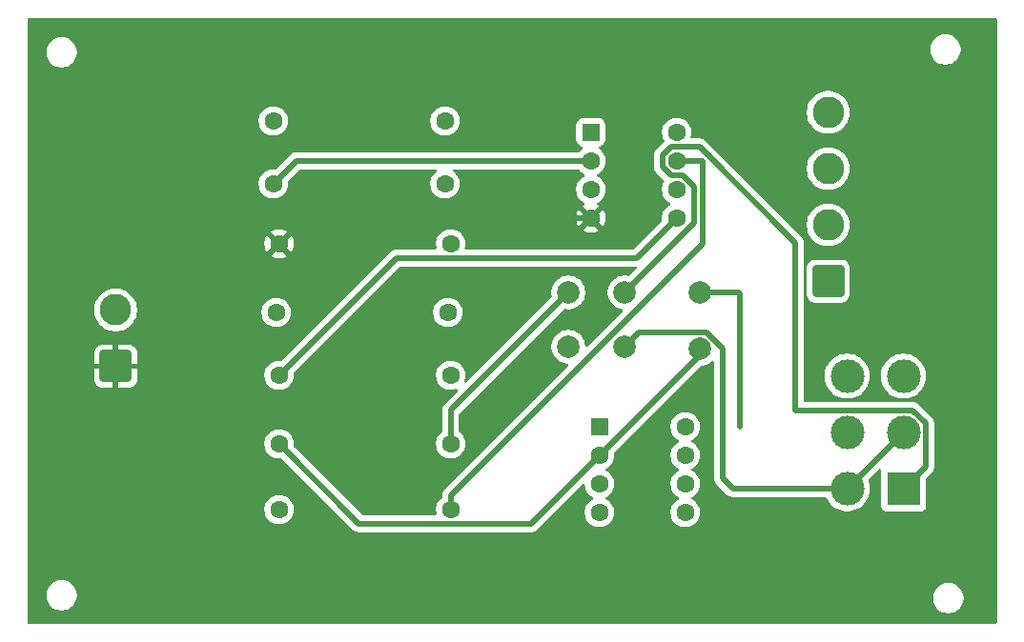
<source format=gbr>
%TF.GenerationSoftware,KiCad,Pcbnew,9.0.5*%
%TF.CreationDate,2026-02-21T14:17:58+05:30*%
%TF.ProjectId,gignal generatoe(sine _ sqaure _ triangle),6769676e-616c-4206-9765-6e657261746f,rev?*%
%TF.SameCoordinates,Original*%
%TF.FileFunction,Copper,L2,Bot*%
%TF.FilePolarity,Positive*%
%FSLAX46Y46*%
G04 Gerber Fmt 4.6, Leading zero omitted, Abs format (unit mm)*
G04 Created by KiCad (PCBNEW 9.0.5) date 2026-02-21 14:17:58*
%MOMM*%
%LPD*%
G01*
G04 APERTURE LIST*
G04 Aperture macros list*
%AMRoundRect*
0 Rectangle with rounded corners*
0 $1 Rounding radius*
0 $2 $3 $4 $5 $6 $7 $8 $9 X,Y pos of 4 corners*
0 Add a 4 corners polygon primitive as box body*
4,1,4,$2,$3,$4,$5,$6,$7,$8,$9,$2,$3,0*
0 Add four circle primitives for the rounded corners*
1,1,$1+$1,$2,$3*
1,1,$1+$1,$4,$5*
1,1,$1+$1,$6,$7*
1,1,$1+$1,$8,$9*
0 Add four rect primitives between the rounded corners*
20,1,$1+$1,$2,$3,$4,$5,0*
20,1,$1+$1,$4,$5,$6,$7,0*
20,1,$1+$1,$6,$7,$8,$9,0*
20,1,$1+$1,$8,$9,$2,$3,0*%
G04 Aperture macros list end*
%TA.AperFunction,ComponentPad*%
%ADD10C,1.600000*%
%TD*%
%TA.AperFunction,ComponentPad*%
%ADD11RoundRect,0.250000X-0.550000X-0.550000X0.550000X-0.550000X0.550000X0.550000X-0.550000X0.550000X0*%
%TD*%
%TA.AperFunction,ComponentPad*%
%ADD12C,3.000000*%
%TD*%
%TA.AperFunction,ComponentPad*%
%ADD13R,3.000000X3.000000*%
%TD*%
%TA.AperFunction,ComponentPad*%
%ADD14RoundRect,0.250001X1.149999X-1.149999X1.149999X1.149999X-1.149999X1.149999X-1.149999X-1.149999X0*%
%TD*%
%TA.AperFunction,ComponentPad*%
%ADD15C,2.800000*%
%TD*%
%TA.AperFunction,ComponentPad*%
%ADD16C,2.000000*%
%TD*%
%TA.AperFunction,ViaPad*%
%ADD17C,0.500000*%
%TD*%
%TA.AperFunction,Conductor*%
%ADD18C,0.500000*%
%TD*%
G04 APERTURE END LIST*
D10*
%TO.P,U2,8*%
%TO.N,N/C*%
X171704000Y-51562000D03*
%TO.P,U2,7*%
X171704000Y-54102000D03*
%TO.P,U2,6*%
X171704000Y-56642000D03*
%TO.P,U2,5*%
X171704000Y-59182000D03*
%TO.P,U2,4*%
X164084000Y-59182000D03*
%TO.P,U2,3,+*%
%TO.N,Net-(J2-Pin_1)*%
X164084000Y-56642000D03*
%TO.P,U2,2,-*%
%TO.N,Net-(U2A--)*%
X164084000Y-54102000D03*
D11*
%TO.P,U2,1*%
%TO.N,TRIANGLE*%
X164084000Y-51562000D03*
%TD*%
D12*
%TO.P,RV2,6,6*%
%TO.N,unconnected-(RV2-Pad6)*%
X186092000Y-47070000D03*
%TO.P,RV2,5,5*%
%TO.N,Net-(J2-Pin_1)*%
X186092000Y-52070000D03*
%TO.P,RV2,4,4*%
%TO.N,Net-(U1A-+)*%
X186092000Y-57070000D03*
%TO.P,RV2,3,3*%
%TO.N,unconnected-(RV2-Pad3)*%
X191092000Y-47070000D03*
%TO.P,RV2,2,2*%
%TO.N,Net-(U1A-+)*%
X191092000Y-52070000D03*
D13*
%TO.P,RV2,1,1*%
%TO.N,Net-(C1-Pad1)*%
X191092000Y-57070000D03*
%TD*%
D10*
%TO.P,R2,2*%
%TO.N,SINE*%
X150368000Y-29972000D03*
%TO.P,R2,1*%
%TO.N,Net-(U1A--)*%
X135128000Y-29972000D03*
%TD*%
%TO.P,R3,2*%
%TO.N,Net-(J2-Pin_1)*%
X150876000Y-35306000D03*
%TO.P,R3,1*%
%TO.N,12v-*%
X135636000Y-35306000D03*
%TD*%
D11*
%TO.P,U1,1*%
%TO.N,SINE*%
X163322000Y-25400000D03*
D10*
%TO.P,U1,2,-*%
%TO.N,Net-(U1A--)*%
X163322000Y-27940000D03*
%TO.P,U1,3,+*%
%TO.N,Net-(U1A-+)*%
X163322000Y-30480000D03*
%TO.P,U1,4,V-*%
%TO.N,12v-*%
X163322000Y-33020000D03*
%TO.P,U1,5,+*%
%TO.N,Net-(U1B-+)*%
X170942000Y-33020000D03*
%TO.P,U1,6,-*%
%TO.N,SINE*%
X170942000Y-30480000D03*
%TO.P,U1,7*%
%TO.N,SQUARE*%
X170942000Y-27940000D03*
%TO.P,U1,8,V+*%
%TO.N,12v+*%
X170942000Y-25400000D03*
%TD*%
%TO.P,R7,1*%
%TO.N,SINE*%
X150876000Y-53086000D03*
%TO.P,R7,2*%
%TO.N,Net-(U2A--)*%
X135636000Y-53086000D03*
%TD*%
%TO.P,R6,1*%
%TO.N,Net-(U1B-+)*%
X135636000Y-46990000D03*
%TO.P,R6,2*%
%TO.N,Net-(J2-Pin_1)*%
X150876000Y-46990000D03*
%TD*%
%TO.P,R5,1*%
%TO.N,SQUARE*%
X150876000Y-58928000D03*
%TO.P,R5,2*%
%TO.N,Net-(U1B-+)*%
X135636000Y-58928000D03*
%TD*%
%TO.P,R4,2*%
%TO.N,Net-(U1A--)*%
X135382000Y-41402000D03*
%TO.P,R4,1*%
%TO.N,Net-(J2-Pin_1)*%
X150622000Y-41402000D03*
%TD*%
%TO.P,R1,1*%
%TO.N,Net-(J2-Pin_1)*%
X135128000Y-24384000D03*
%TO.P,R1,2*%
%TO.N,12v+*%
X150368000Y-24384000D03*
%TD*%
D14*
%TO.P,J2,1,Pin_1*%
%TO.N,Net-(J2-Pin_1)*%
X184404000Y-38622000D03*
D15*
%TO.P,J2,2,Pin_2*%
%TO.N,SINE*%
X184404000Y-33622000D03*
%TO.P,J2,3,Pin_3*%
%TO.N,SQUARE*%
X184404000Y-28622000D03*
%TO.P,J2,4,Pin_4*%
%TO.N,TRIANGLE*%
X184404000Y-23622000D03*
%TD*%
D14*
%TO.P,J1,1,Pin_1*%
%TO.N,12v-*%
X121125500Y-46192000D03*
D15*
%TO.P,J1,2,Pin_2*%
%TO.N,12v+*%
X121125500Y-41192000D03*
%TD*%
D16*
%TO.P,C3,1*%
%TO.N,Net-(U2A--)*%
X172974000Y-44664000D03*
%TO.P,C3,2*%
%TO.N,TRIANGLE*%
X172974000Y-39664000D03*
%TD*%
%TO.P,C2,1*%
%TO.N,Net-(J2-Pin_1)*%
X161330000Y-44450000D03*
%TO.P,C2,2*%
%TO.N,Net-(U1A-+)*%
X166330000Y-44450000D03*
%TD*%
%TO.P,C1,1*%
%TO.N,Net-(C1-Pad1)*%
X166330000Y-39624000D03*
%TO.P,C1,2*%
%TO.N,SINE*%
X161330000Y-39624000D03*
%TD*%
D17*
%TO.N,TRIANGLE*%
X176530000Y-51562000D03*
%TD*%
D18*
%TO.N,TRIANGLE*%
X176530000Y-39704000D02*
X176530000Y-51562000D01*
X176490000Y-39664000D02*
X176530000Y-39704000D01*
X172974000Y-39664000D02*
X176490000Y-39664000D01*
%TO.N,Net-(U1A-+)*%
X175006000Y-44643976D02*
X175006000Y-56134000D01*
X173575024Y-43213000D02*
X175006000Y-44643976D01*
X167567000Y-43213000D02*
X173575024Y-43213000D01*
X175942000Y-57070000D02*
X186092000Y-57070000D01*
X166330000Y-44450000D02*
X167567000Y-43213000D01*
X175006000Y-56134000D02*
X175942000Y-57070000D01*
%TO.N,Net-(C1-Pad1)*%
X193043000Y-55119000D02*
X191092000Y-57070000D01*
X193043000Y-51261869D02*
X193043000Y-55119000D01*
X191900131Y-50119000D02*
X193043000Y-51261869D01*
X181472388Y-50119000D02*
X191900131Y-50119000D01*
X181472388Y-35193024D02*
X181472388Y-50119000D01*
X172968364Y-26689000D02*
X181472388Y-35193024D01*
X170423818Y-26689000D02*
X172968364Y-26689000D01*
X169691000Y-27421818D02*
X170423818Y-26689000D01*
X170423818Y-29191000D02*
X169691000Y-28458182D01*
X171460182Y-29191000D02*
X170423818Y-29191000D01*
X172527000Y-30257818D02*
X171460182Y-29191000D01*
X172527000Y-33427000D02*
X172527000Y-30257818D01*
X166330000Y-39624000D02*
X172527000Y-33427000D01*
X169691000Y-28458182D02*
X169691000Y-27421818D01*
%TO.N,Net-(U1A-+)*%
X186092000Y-57070000D02*
X191092000Y-52070000D01*
%TO.N,Net-(U2A--)*%
X172974000Y-45212000D02*
X172974000Y-44664000D01*
X164084000Y-54102000D02*
X172974000Y-45212000D01*
X142729000Y-60179000D02*
X158007000Y-60179000D01*
X135636000Y-53086000D02*
X142729000Y-60179000D01*
X158007000Y-60179000D02*
X164084000Y-54102000D01*
%TO.N,SQUARE*%
X173228000Y-27940000D02*
X170942000Y-27940000D01*
X150876000Y-57658000D02*
X173228000Y-35306000D01*
X173228000Y-35306000D02*
X173228000Y-27940000D01*
X150876000Y-58928000D02*
X150876000Y-57658000D01*
%TO.N,SINE*%
X150876000Y-50078000D02*
X161330000Y-39624000D01*
X150876000Y-53086000D02*
X150876000Y-50078000D01*
%TO.N,Net-(U1B-+)*%
X167405000Y-36557000D02*
X170942000Y-33020000D01*
X146069000Y-36557000D02*
X167405000Y-36557000D01*
X135636000Y-46990000D02*
X146069000Y-36557000D01*
%TO.N,12v-*%
X137922000Y-33020000D02*
X163322000Y-33020000D01*
X135636000Y-35306000D02*
X137922000Y-33020000D01*
%TO.N,Net-(U1A--)*%
X137160000Y-27940000D02*
X163322000Y-27940000D01*
X135128000Y-29972000D02*
X137160000Y-27940000D01*
%TD*%
%TA.AperFunction,Conductor*%
%TO.N,12v-*%
G36*
X199340539Y-15252185D02*
G01*
X199386294Y-15304989D01*
X199397500Y-15356500D01*
X199397500Y-68971500D01*
X199377815Y-69038539D01*
X199325011Y-69084294D01*
X199273500Y-69095500D01*
X113400500Y-69095500D01*
X113333461Y-69075815D01*
X113287706Y-69023011D01*
X113276500Y-68971500D01*
X113276500Y-66441713D01*
X114981500Y-66441713D01*
X114981500Y-66654286D01*
X115014753Y-66864239D01*
X115080444Y-67066414D01*
X115176951Y-67255820D01*
X115301890Y-67427786D01*
X115452213Y-67578109D01*
X115624179Y-67703048D01*
X115624181Y-67703049D01*
X115624184Y-67703051D01*
X115813588Y-67799557D01*
X116015757Y-67865246D01*
X116225713Y-67898500D01*
X116225714Y-67898500D01*
X116438286Y-67898500D01*
X116438287Y-67898500D01*
X116648243Y-67865246D01*
X116850412Y-67799557D01*
X117039816Y-67703051D01*
X117069085Y-67681786D01*
X117211786Y-67578109D01*
X117211788Y-67578106D01*
X117211792Y-67578104D01*
X117362104Y-67427792D01*
X117362106Y-67427788D01*
X117362109Y-67427786D01*
X117487048Y-67255820D01*
X117487047Y-67255820D01*
X117487051Y-67255816D01*
X117583557Y-67066412D01*
X117649246Y-66864243D01*
X117675939Y-66695713D01*
X193721500Y-66695713D01*
X193721500Y-66908286D01*
X193746544Y-67066412D01*
X193754754Y-67118243D01*
X193799454Y-67255816D01*
X193820444Y-67320414D01*
X193916951Y-67509820D01*
X194041890Y-67681786D01*
X194192213Y-67832109D01*
X194364179Y-67957048D01*
X194364181Y-67957049D01*
X194364184Y-67957051D01*
X194553588Y-68053557D01*
X194755757Y-68119246D01*
X194965713Y-68152500D01*
X194965714Y-68152500D01*
X195178286Y-68152500D01*
X195178287Y-68152500D01*
X195388243Y-68119246D01*
X195590412Y-68053557D01*
X195779816Y-67957051D01*
X195906176Y-67865246D01*
X195951786Y-67832109D01*
X195951788Y-67832106D01*
X195951792Y-67832104D01*
X196102104Y-67681792D01*
X196102106Y-67681788D01*
X196102109Y-67681786D01*
X196227048Y-67509820D01*
X196227047Y-67509820D01*
X196227051Y-67509816D01*
X196323557Y-67320412D01*
X196389246Y-67118243D01*
X196422500Y-66908287D01*
X196422500Y-66695713D01*
X196389246Y-66485757D01*
X196323557Y-66283588D01*
X196227051Y-66094184D01*
X196227049Y-66094181D01*
X196227048Y-66094179D01*
X196102109Y-65922213D01*
X195951786Y-65771890D01*
X195779820Y-65646951D01*
X195590414Y-65550444D01*
X195590413Y-65550443D01*
X195590412Y-65550443D01*
X195388243Y-65484754D01*
X195388241Y-65484753D01*
X195388240Y-65484753D01*
X195226957Y-65459208D01*
X195178287Y-65451500D01*
X194965713Y-65451500D01*
X194917042Y-65459208D01*
X194755760Y-65484753D01*
X194553585Y-65550444D01*
X194364179Y-65646951D01*
X194192213Y-65771890D01*
X194041890Y-65922213D01*
X193916951Y-66094179D01*
X193820444Y-66283585D01*
X193754753Y-66485760D01*
X193721500Y-66695713D01*
X117675939Y-66695713D01*
X117682500Y-66654287D01*
X117682500Y-66441713D01*
X117649246Y-66231757D01*
X117583557Y-66029588D01*
X117487051Y-65840184D01*
X117487049Y-65840181D01*
X117487048Y-65840179D01*
X117362109Y-65668213D01*
X117211786Y-65517890D01*
X117039820Y-65392951D01*
X116850414Y-65296444D01*
X116850413Y-65296443D01*
X116850412Y-65296443D01*
X116648243Y-65230754D01*
X116648241Y-65230753D01*
X116648240Y-65230753D01*
X116486957Y-65205208D01*
X116438287Y-65197500D01*
X116225713Y-65197500D01*
X116177042Y-65205208D01*
X116015760Y-65230753D01*
X115813585Y-65296444D01*
X115624179Y-65392951D01*
X115452213Y-65517890D01*
X115301890Y-65668213D01*
X115176951Y-65840179D01*
X115080444Y-66029585D01*
X115014753Y-66231760D01*
X114981500Y-66441713D01*
X113276500Y-66441713D01*
X113276500Y-58825648D01*
X134335500Y-58825648D01*
X134335500Y-59030351D01*
X134367522Y-59232534D01*
X134430781Y-59427223D01*
X134523715Y-59609613D01*
X134644028Y-59775213D01*
X134788786Y-59919971D01*
X134939148Y-60029213D01*
X134954390Y-60040287D01*
X135070607Y-60099503D01*
X135136776Y-60133218D01*
X135136778Y-60133218D01*
X135136781Y-60133220D01*
X135241137Y-60167127D01*
X135331465Y-60196477D01*
X135432557Y-60212488D01*
X135533648Y-60228500D01*
X135533649Y-60228500D01*
X135738351Y-60228500D01*
X135738352Y-60228500D01*
X135940534Y-60196477D01*
X136135219Y-60133220D01*
X136317610Y-60040287D01*
X136410590Y-59972732D01*
X136483213Y-59919971D01*
X136483215Y-59919968D01*
X136483219Y-59919966D01*
X136627966Y-59775219D01*
X136627968Y-59775215D01*
X136627971Y-59775213D01*
X136680732Y-59702590D01*
X136748287Y-59609610D01*
X136841220Y-59427219D01*
X136904477Y-59232534D01*
X136936500Y-59030352D01*
X136936500Y-58825648D01*
X136913033Y-58677483D01*
X136904477Y-58623465D01*
X136841218Y-58428776D01*
X136793327Y-58334786D01*
X136748287Y-58246390D01*
X136740556Y-58235749D01*
X136627971Y-58080786D01*
X136483213Y-57936028D01*
X136317613Y-57815715D01*
X136317612Y-57815714D01*
X136317610Y-57815713D01*
X136260653Y-57786691D01*
X136135223Y-57722781D01*
X135940534Y-57659522D01*
X135765995Y-57631878D01*
X135738352Y-57627500D01*
X135533648Y-57627500D01*
X135509329Y-57631351D01*
X135331465Y-57659522D01*
X135136776Y-57722781D01*
X134954386Y-57815715D01*
X134788786Y-57936028D01*
X134644028Y-58080786D01*
X134523715Y-58246386D01*
X134430781Y-58428776D01*
X134367522Y-58623465D01*
X134335500Y-58825648D01*
X113276500Y-58825648D01*
X113276500Y-44992014D01*
X119225500Y-44992014D01*
X119225500Y-45942000D01*
X120525499Y-45942000D01*
X120500479Y-46002402D01*
X120475500Y-46127981D01*
X120475500Y-46256019D01*
X120500479Y-46381598D01*
X120525499Y-46442000D01*
X119225500Y-46442000D01*
X119225500Y-47391985D01*
X119235993Y-47494689D01*
X119235994Y-47494696D01*
X119291141Y-47661118D01*
X119291143Y-47661123D01*
X119383184Y-47810344D01*
X119507155Y-47934315D01*
X119656376Y-48026356D01*
X119656381Y-48026358D01*
X119822803Y-48081505D01*
X119822810Y-48081506D01*
X119925514Y-48091999D01*
X119925527Y-48092000D01*
X120875500Y-48092000D01*
X120875500Y-46792001D01*
X120935902Y-46817021D01*
X121061481Y-46842000D01*
X121189519Y-46842000D01*
X121315098Y-46817021D01*
X121375500Y-46792001D01*
X121375500Y-48092000D01*
X122325473Y-48092000D01*
X122325485Y-48091999D01*
X122428189Y-48081506D01*
X122428196Y-48081505D01*
X122594618Y-48026358D01*
X122594623Y-48026356D01*
X122743844Y-47934315D01*
X122867815Y-47810344D01*
X122959856Y-47661123D01*
X122959858Y-47661118D01*
X123015005Y-47494696D01*
X123015006Y-47494689D01*
X123025499Y-47391985D01*
X123025500Y-47391972D01*
X123025500Y-46887648D01*
X134335500Y-46887648D01*
X134335500Y-47092351D01*
X134367522Y-47294534D01*
X134430781Y-47489223D01*
X134447702Y-47522431D01*
X134504932Y-47634751D01*
X134523715Y-47671613D01*
X134644028Y-47837213D01*
X134788786Y-47981971D01*
X134925786Y-48081505D01*
X134954390Y-48102287D01*
X135070607Y-48161503D01*
X135136776Y-48195218D01*
X135136778Y-48195218D01*
X135136781Y-48195220D01*
X135241137Y-48229127D01*
X135331465Y-48258477D01*
X135432557Y-48274488D01*
X135533648Y-48290500D01*
X135533649Y-48290500D01*
X135738351Y-48290500D01*
X135738352Y-48290500D01*
X135940534Y-48258477D01*
X136135219Y-48195220D01*
X136317610Y-48102287D01*
X136422121Y-48026356D01*
X136483213Y-47981971D01*
X136483215Y-47981968D01*
X136483219Y-47981966D01*
X136627966Y-47837219D01*
X136627968Y-47837215D01*
X136627971Y-47837213D01*
X136717178Y-47714428D01*
X136748287Y-47671610D01*
X136841220Y-47489219D01*
X136904477Y-47294534D01*
X136936500Y-47092352D01*
X136936500Y-46887648D01*
X149575500Y-46887648D01*
X149575500Y-47092351D01*
X149607522Y-47294534D01*
X149670781Y-47489223D01*
X149687702Y-47522431D01*
X149744932Y-47634751D01*
X149763715Y-47671613D01*
X149884028Y-47837213D01*
X150028786Y-47981971D01*
X150165786Y-48081505D01*
X150194390Y-48102287D01*
X150310607Y-48161503D01*
X150376776Y-48195218D01*
X150376778Y-48195218D01*
X150376781Y-48195220D01*
X150481137Y-48229127D01*
X150571465Y-48258477D01*
X150672557Y-48274488D01*
X150773648Y-48290500D01*
X150773649Y-48290500D01*
X150978351Y-48290500D01*
X150978352Y-48290500D01*
X151180534Y-48258477D01*
X151361268Y-48199752D01*
X151431108Y-48197758D01*
X151490941Y-48233838D01*
X151521769Y-48296539D01*
X151513805Y-48365953D01*
X151487266Y-48405365D01*
X150293050Y-49599580D01*
X150293044Y-49599588D01*
X150243812Y-49673268D01*
X150243813Y-49673269D01*
X150210921Y-49722496D01*
X150210914Y-49722508D01*
X150154342Y-49859086D01*
X150154340Y-49859092D01*
X150125500Y-50004079D01*
X150125500Y-51960582D01*
X150105815Y-52027621D01*
X150074385Y-52060900D01*
X150028787Y-52094028D01*
X150028782Y-52094032D01*
X149884028Y-52238786D01*
X149763715Y-52404386D01*
X149670781Y-52586776D01*
X149607522Y-52781465D01*
X149575500Y-52983648D01*
X149575500Y-53188351D01*
X149607522Y-53390534D01*
X149670781Y-53585223D01*
X149763715Y-53767613D01*
X149884028Y-53933213D01*
X150028786Y-54077971D01*
X150183749Y-54190556D01*
X150194390Y-54198287D01*
X150310607Y-54257503D01*
X150376776Y-54291218D01*
X150376778Y-54291218D01*
X150376781Y-54291220D01*
X150481137Y-54325127D01*
X150571465Y-54354477D01*
X150651188Y-54367104D01*
X150773648Y-54386500D01*
X150773649Y-54386500D01*
X150978351Y-54386500D01*
X150978352Y-54386500D01*
X151180534Y-54354477D01*
X151375219Y-54291220D01*
X151557610Y-54198287D01*
X151650590Y-54130732D01*
X151723213Y-54077971D01*
X151723215Y-54077968D01*
X151723219Y-54077966D01*
X151867966Y-53933219D01*
X151867968Y-53933215D01*
X151867971Y-53933213D01*
X151964292Y-53800636D01*
X151988287Y-53767610D01*
X152081220Y-53585219D01*
X152144477Y-53390534D01*
X152176500Y-53188352D01*
X152176500Y-52983648D01*
X152144477Y-52781466D01*
X152119537Y-52704710D01*
X152081218Y-52586776D01*
X152017189Y-52461114D01*
X151988287Y-52404390D01*
X151900572Y-52283659D01*
X151867971Y-52238786D01*
X151723217Y-52094032D01*
X151723212Y-52094028D01*
X151677615Y-52060900D01*
X151634949Y-52005571D01*
X151626500Y-51960582D01*
X151626500Y-50440228D01*
X151646185Y-50373189D01*
X151662814Y-50352552D01*
X160890087Y-41125278D01*
X160951408Y-41091795D01*
X160997163Y-41090488D01*
X161032789Y-41096130D01*
X161211903Y-41124500D01*
X161211908Y-41124500D01*
X161448097Y-41124500D01*
X161681368Y-41087553D01*
X161743266Y-41067441D01*
X161905992Y-41014568D01*
X162116433Y-40907343D01*
X162307510Y-40768517D01*
X162474517Y-40601510D01*
X162613343Y-40410433D01*
X162720568Y-40199992D01*
X162793553Y-39975368D01*
X162817844Y-39822002D01*
X162830500Y-39742097D01*
X162830500Y-39505902D01*
X162793553Y-39272631D01*
X162720566Y-39048003D01*
X162613342Y-38837566D01*
X162474517Y-38646490D01*
X162307510Y-38479483D01*
X162116433Y-38340657D01*
X161905996Y-38233433D01*
X161681368Y-38160446D01*
X161448097Y-38123500D01*
X161448092Y-38123500D01*
X161211908Y-38123500D01*
X161211903Y-38123500D01*
X160978631Y-38160446D01*
X160754003Y-38233433D01*
X160543566Y-38340657D01*
X160434550Y-38419862D01*
X160352490Y-38479483D01*
X160352488Y-38479485D01*
X160352487Y-38479485D01*
X160185485Y-38646487D01*
X160185485Y-38646488D01*
X160185483Y-38646490D01*
X160156423Y-38686488D01*
X160046657Y-38837566D01*
X159939433Y-39048003D01*
X159866446Y-39272631D01*
X159829500Y-39505902D01*
X159829500Y-39742097D01*
X159863511Y-39956833D01*
X159854556Y-40026126D01*
X159828719Y-40063912D01*
X152291364Y-47601266D01*
X152230041Y-47634751D01*
X152160349Y-47629767D01*
X152104416Y-47587895D01*
X152079999Y-47522431D01*
X152085751Y-47475273D01*
X152144477Y-47294534D01*
X152176500Y-47092352D01*
X152176500Y-46887648D01*
X152144477Y-46685466D01*
X152142338Y-46678884D01*
X152115127Y-46595137D01*
X152081220Y-46490781D01*
X152081218Y-46490778D01*
X152081218Y-46490776D01*
X152025588Y-46381598D01*
X151988287Y-46308390D01*
X151950238Y-46256019D01*
X151867971Y-46142786D01*
X151723213Y-45998028D01*
X151557613Y-45877715D01*
X151557612Y-45877714D01*
X151557610Y-45877713D01*
X151484705Y-45840566D01*
X151375223Y-45784781D01*
X151180534Y-45721522D01*
X151005995Y-45693878D01*
X150978352Y-45689500D01*
X150773648Y-45689500D01*
X150749329Y-45693351D01*
X150571465Y-45721522D01*
X150376776Y-45784781D01*
X150194386Y-45877715D01*
X150028786Y-45998028D01*
X149884028Y-46142786D01*
X149763715Y-46308386D01*
X149670781Y-46490776D01*
X149607522Y-46685465D01*
X149575500Y-46887648D01*
X136936500Y-46887648D01*
X136927570Y-46831271D01*
X136927479Y-46830652D01*
X136932240Y-46796683D01*
X136936635Y-46762679D01*
X136937104Y-46761992D01*
X136937179Y-46761459D01*
X136938593Y-46759815D01*
X136962470Y-46724895D01*
X142387718Y-41299648D01*
X149321500Y-41299648D01*
X149321500Y-41504351D01*
X149353522Y-41706534D01*
X149416781Y-41901223D01*
X149480691Y-42026653D01*
X149484625Y-42034373D01*
X149509715Y-42083613D01*
X149630028Y-42249213D01*
X149774786Y-42393971D01*
X149908810Y-42491343D01*
X149940390Y-42514287D01*
X150006385Y-42547913D01*
X150122776Y-42607218D01*
X150122778Y-42607218D01*
X150122781Y-42607220D01*
X150193051Y-42630052D01*
X150317465Y-42670477D01*
X150418557Y-42686488D01*
X150519648Y-42702500D01*
X150519649Y-42702500D01*
X150724351Y-42702500D01*
X150724352Y-42702500D01*
X150926534Y-42670477D01*
X151121219Y-42607220D01*
X151303610Y-42514287D01*
X151429115Y-42423103D01*
X151469213Y-42393971D01*
X151469215Y-42393968D01*
X151469219Y-42393966D01*
X151613966Y-42249219D01*
X151613968Y-42249215D01*
X151613971Y-42249213D01*
X151666732Y-42176590D01*
X151734287Y-42083610D01*
X151827220Y-41901219D01*
X151890477Y-41706534D01*
X151922500Y-41504352D01*
X151922500Y-41299648D01*
X151896420Y-41134985D01*
X151890477Y-41097465D01*
X151827218Y-40902776D01*
X151785264Y-40820438D01*
X151734287Y-40720390D01*
X151726556Y-40709749D01*
X151613971Y-40554786D01*
X151469213Y-40410028D01*
X151303613Y-40289715D01*
X151303612Y-40289714D01*
X151303610Y-40289713D01*
X151246653Y-40260691D01*
X151121223Y-40196781D01*
X150926534Y-40133522D01*
X150751995Y-40105878D01*
X150724352Y-40101500D01*
X150519648Y-40101500D01*
X150495329Y-40105351D01*
X150317465Y-40133522D01*
X150122776Y-40196781D01*
X149940386Y-40289715D01*
X149774786Y-40410028D01*
X149630028Y-40554786D01*
X149509715Y-40720386D01*
X149416781Y-40902776D01*
X149353522Y-41097465D01*
X149321500Y-41299648D01*
X142387718Y-41299648D01*
X146343548Y-37343819D01*
X146404871Y-37310334D01*
X146431229Y-37307500D01*
X167285769Y-37307500D01*
X167352808Y-37327185D01*
X167398563Y-37379989D01*
X167408507Y-37449147D01*
X167379482Y-37512703D01*
X167373450Y-37519181D01*
X166769911Y-38122719D01*
X166708588Y-38156204D01*
X166662832Y-38157511D01*
X166448097Y-38123500D01*
X166448092Y-38123500D01*
X166211908Y-38123500D01*
X166211903Y-38123500D01*
X165978631Y-38160446D01*
X165754003Y-38233433D01*
X165543566Y-38340657D01*
X165434550Y-38419862D01*
X165352490Y-38479483D01*
X165352488Y-38479485D01*
X165352487Y-38479485D01*
X165185485Y-38646487D01*
X165185485Y-38646488D01*
X165185483Y-38646490D01*
X165156423Y-38686488D01*
X165046657Y-38837566D01*
X164939433Y-39048003D01*
X164866446Y-39272631D01*
X164829500Y-39505902D01*
X164829500Y-39742097D01*
X164866446Y-39975368D01*
X164939433Y-40199996D01*
X165046451Y-40410028D01*
X165046657Y-40410433D01*
X165185483Y-40601510D01*
X165352490Y-40768517D01*
X165543567Y-40907343D01*
X165642991Y-40958002D01*
X165754003Y-41014566D01*
X165754005Y-41014566D01*
X165754008Y-41014568D01*
X165874412Y-41053689D01*
X165978631Y-41087553D01*
X166089139Y-41105056D01*
X166152274Y-41134985D01*
X166189205Y-41194297D01*
X166188207Y-41264159D01*
X166157422Y-41315210D01*
X163042181Y-44430451D01*
X162980858Y-44463936D01*
X162911166Y-44458952D01*
X162855233Y-44417080D01*
X162830816Y-44351616D01*
X162830500Y-44342770D01*
X162830500Y-44331902D01*
X162793553Y-44098631D01*
X162720566Y-43874003D01*
X162613342Y-43663566D01*
X162474517Y-43472490D01*
X162307510Y-43305483D01*
X162116433Y-43166657D01*
X161905996Y-43059433D01*
X161681368Y-42986446D01*
X161448097Y-42949500D01*
X161448092Y-42949500D01*
X161211908Y-42949500D01*
X161211903Y-42949500D01*
X160978631Y-42986446D01*
X160754003Y-43059433D01*
X160543566Y-43166657D01*
X160434550Y-43245862D01*
X160352490Y-43305483D01*
X160352488Y-43305485D01*
X160352487Y-43305485D01*
X160185485Y-43472487D01*
X160185485Y-43472488D01*
X160185483Y-43472490D01*
X160125862Y-43554550D01*
X160046657Y-43663566D01*
X159939433Y-43874003D01*
X159866446Y-44098631D01*
X159829500Y-44331902D01*
X159829500Y-44568097D01*
X159866446Y-44801368D01*
X159939433Y-45025996D01*
X159961600Y-45069500D01*
X160046657Y-45236433D01*
X160185483Y-45427510D01*
X160352490Y-45594517D01*
X160543567Y-45733343D01*
X160642991Y-45784002D01*
X160754003Y-45840566D01*
X160754005Y-45840566D01*
X160754008Y-45840568D01*
X160868328Y-45877713D01*
X160978631Y-45913553D01*
X161211903Y-45950500D01*
X161222770Y-45950500D01*
X161289809Y-45970185D01*
X161335564Y-46022989D01*
X161345508Y-46092147D01*
X161316483Y-46155703D01*
X161310451Y-46162181D01*
X150293047Y-57179584D01*
X150280844Y-57197848D01*
X150268693Y-57216035D01*
X150239705Y-57259418D01*
X150210914Y-57302507D01*
X150154343Y-57439082D01*
X150154340Y-57439092D01*
X150125500Y-57584079D01*
X150125500Y-57802582D01*
X150105815Y-57869621D01*
X150074385Y-57902900D01*
X150028787Y-57936028D01*
X150028782Y-57936032D01*
X149884028Y-58080786D01*
X149763715Y-58246386D01*
X149670781Y-58428776D01*
X149607522Y-58623465D01*
X149575500Y-58825648D01*
X149575500Y-59030351D01*
X149607523Y-59232535D01*
X149607524Y-59232542D01*
X149618455Y-59266183D01*
X149620450Y-59336024D01*
X149584369Y-59395856D01*
X149521668Y-59426684D01*
X149500524Y-59428500D01*
X143091230Y-59428500D01*
X143024191Y-59408815D01*
X143003549Y-59392181D01*
X136962473Y-53351105D01*
X136928988Y-53289782D01*
X136927681Y-53244027D01*
X136936500Y-53188352D01*
X136936500Y-52983648D01*
X136904477Y-52781466D01*
X136879537Y-52704710D01*
X136841218Y-52586776D01*
X136777189Y-52461114D01*
X136748287Y-52404390D01*
X136660572Y-52283659D01*
X136627971Y-52238786D01*
X136483213Y-52094028D01*
X136317613Y-51973715D01*
X136317612Y-51973714D01*
X136317610Y-51973713D01*
X136249258Y-51938886D01*
X136135223Y-51880781D01*
X135940534Y-51817522D01*
X135765995Y-51789878D01*
X135738352Y-51785500D01*
X135533648Y-51785500D01*
X135509329Y-51789351D01*
X135331465Y-51817522D01*
X135136776Y-51880781D01*
X134954386Y-51973715D01*
X134788786Y-52094028D01*
X134644028Y-52238786D01*
X134523715Y-52404386D01*
X134430781Y-52586776D01*
X134367522Y-52781465D01*
X134335500Y-52983648D01*
X134335500Y-53188351D01*
X134367522Y-53390534D01*
X134430781Y-53585223D01*
X134523715Y-53767613D01*
X134644028Y-53933213D01*
X134788786Y-54077971D01*
X134943749Y-54190556D01*
X134954390Y-54198287D01*
X135070607Y-54257503D01*
X135136776Y-54291218D01*
X135136778Y-54291218D01*
X135136781Y-54291220D01*
X135241137Y-54325127D01*
X135331465Y-54354477D01*
X135411188Y-54367104D01*
X135533648Y-54386500D01*
X135533649Y-54386500D01*
X135738350Y-54386500D01*
X135738352Y-54386500D01*
X135794026Y-54377681D01*
X135863318Y-54386635D01*
X135901105Y-54412473D01*
X142250586Y-60761954D01*
X142280058Y-60781645D01*
X142324270Y-60811186D01*
X142373505Y-60844084D01*
X142373506Y-60844084D01*
X142373507Y-60844085D01*
X142373509Y-60844086D01*
X142510082Y-60900656D01*
X142510087Y-60900658D01*
X142510091Y-60900658D01*
X142510092Y-60900659D01*
X142655079Y-60929500D01*
X142655082Y-60929500D01*
X158080920Y-60929500D01*
X158178462Y-60910096D01*
X158225913Y-60900658D01*
X158362495Y-60844084D01*
X158411729Y-60811186D01*
X158411734Y-60811183D01*
X158436071Y-60794921D01*
X158485416Y-60761952D01*
X162573068Y-56674298D01*
X162634389Y-56640815D01*
X162704081Y-56645799D01*
X162760014Y-56687671D01*
X162783220Y-56742583D01*
X162815522Y-56946534D01*
X162878781Y-57141223D01*
X162916901Y-57216036D01*
X162960960Y-57302507D01*
X162971715Y-57323613D01*
X163092028Y-57489213D01*
X163236786Y-57633971D01*
X163347528Y-57714428D01*
X163402390Y-57754287D01*
X163475731Y-57791656D01*
X163495080Y-57801515D01*
X163545876Y-57849490D01*
X163562671Y-57917311D01*
X163540134Y-57983446D01*
X163495080Y-58022485D01*
X163402386Y-58069715D01*
X163236786Y-58190028D01*
X163092028Y-58334786D01*
X162971715Y-58500386D01*
X162878781Y-58682776D01*
X162815522Y-58877465D01*
X162783500Y-59079648D01*
X162783500Y-59284351D01*
X162815522Y-59486534D01*
X162878781Y-59681223D01*
X162971715Y-59863613D01*
X163092028Y-60029213D01*
X163236786Y-60173971D01*
X163391749Y-60286556D01*
X163402390Y-60294287D01*
X163518607Y-60353503D01*
X163584776Y-60387218D01*
X163584778Y-60387218D01*
X163584781Y-60387220D01*
X163689137Y-60421127D01*
X163779465Y-60450477D01*
X163880557Y-60466488D01*
X163981648Y-60482500D01*
X163981649Y-60482500D01*
X164186351Y-60482500D01*
X164186352Y-60482500D01*
X164388534Y-60450477D01*
X164583219Y-60387220D01*
X164765610Y-60294287D01*
X164858590Y-60226732D01*
X164931213Y-60173971D01*
X164931215Y-60173968D01*
X164931219Y-60173966D01*
X165075966Y-60029219D01*
X165075968Y-60029215D01*
X165075971Y-60029213D01*
X165128732Y-59956590D01*
X165196287Y-59863610D01*
X165289220Y-59681219D01*
X165352477Y-59486534D01*
X165384500Y-59284352D01*
X165384500Y-59079648D01*
X165382036Y-59064091D01*
X165352477Y-58877465D01*
X165289218Y-58682776D01*
X165235461Y-58577274D01*
X165196287Y-58500390D01*
X165188556Y-58489749D01*
X165075971Y-58334786D01*
X164931213Y-58190028D01*
X164765614Y-58069715D01*
X164759006Y-58066348D01*
X164672917Y-58022483D01*
X164622123Y-57974511D01*
X164605328Y-57906690D01*
X164627865Y-57840555D01*
X164672917Y-57801516D01*
X164765610Y-57754287D01*
X164820484Y-57714419D01*
X164931213Y-57633971D01*
X164931215Y-57633968D01*
X164931219Y-57633966D01*
X165075966Y-57489219D01*
X165075968Y-57489215D01*
X165075971Y-57489213D01*
X165128732Y-57416590D01*
X165196287Y-57323610D01*
X165289220Y-57141219D01*
X165352477Y-56946534D01*
X165384500Y-56744352D01*
X165384500Y-56539648D01*
X165376556Y-56489495D01*
X165352477Y-56337465D01*
X165289218Y-56142776D01*
X165255503Y-56076607D01*
X165196287Y-55960390D01*
X165188556Y-55949749D01*
X165075971Y-55794786D01*
X164931213Y-55650028D01*
X164765614Y-55529715D01*
X164750700Y-55522116D01*
X164672917Y-55482483D01*
X164622123Y-55434511D01*
X164605328Y-55366690D01*
X164627865Y-55300555D01*
X164672917Y-55261516D01*
X164765610Y-55214287D01*
X164824357Y-55171605D01*
X164931213Y-55093971D01*
X164931215Y-55093968D01*
X164931219Y-55093966D01*
X165075966Y-54949219D01*
X165075968Y-54949215D01*
X165075971Y-54949213D01*
X165152084Y-54844451D01*
X165196287Y-54783610D01*
X165289220Y-54601219D01*
X165352477Y-54406534D01*
X165384500Y-54204352D01*
X165384500Y-53999648D01*
X165375681Y-53943971D01*
X165384635Y-53874679D01*
X165410470Y-53836895D01*
X167787717Y-51459648D01*
X170403500Y-51459648D01*
X170403500Y-51664351D01*
X170435522Y-51866534D01*
X170498781Y-52061223D01*
X170550140Y-52162018D01*
X170589252Y-52238781D01*
X170591715Y-52243613D01*
X170712028Y-52409213D01*
X170856786Y-52553971D01*
X171011749Y-52666556D01*
X171022390Y-52674287D01*
X171101171Y-52714428D01*
X171115080Y-52721515D01*
X171165876Y-52769490D01*
X171182671Y-52837311D01*
X171160134Y-52903446D01*
X171115080Y-52942485D01*
X171022386Y-52989715D01*
X170856786Y-53110028D01*
X170712028Y-53254786D01*
X170591715Y-53420386D01*
X170498781Y-53602776D01*
X170435522Y-53797465D01*
X170403500Y-53999648D01*
X170403500Y-54204351D01*
X170435522Y-54406534D01*
X170498781Y-54601223D01*
X170562691Y-54726653D01*
X170578037Y-54756770D01*
X170591715Y-54783613D01*
X170712028Y-54949213D01*
X170856786Y-55093971D01*
X170992976Y-55192917D01*
X171022390Y-55214287D01*
X171113840Y-55260883D01*
X171115080Y-55261515D01*
X171165876Y-55309490D01*
X171182671Y-55377311D01*
X171160134Y-55443446D01*
X171115080Y-55482485D01*
X171022386Y-55529715D01*
X170856786Y-55650028D01*
X170712028Y-55794786D01*
X170591715Y-55960386D01*
X170498781Y-56142776D01*
X170435522Y-56337465D01*
X170403500Y-56539648D01*
X170403500Y-56744351D01*
X170435522Y-56946534D01*
X170498781Y-57141223D01*
X170536901Y-57216036D01*
X170580960Y-57302507D01*
X170591715Y-57323613D01*
X170712028Y-57489213D01*
X170856786Y-57633971D01*
X170967528Y-57714428D01*
X171022390Y-57754287D01*
X171095731Y-57791656D01*
X171115080Y-57801515D01*
X171165876Y-57849490D01*
X171182671Y-57917311D01*
X171160134Y-57983446D01*
X171115080Y-58022485D01*
X171022386Y-58069715D01*
X170856786Y-58190028D01*
X170712028Y-58334786D01*
X170591715Y-58500386D01*
X170498781Y-58682776D01*
X170435522Y-58877465D01*
X170403500Y-59079648D01*
X170403500Y-59284351D01*
X170435522Y-59486534D01*
X170498781Y-59681223D01*
X170591715Y-59863613D01*
X170712028Y-60029213D01*
X170856786Y-60173971D01*
X171011749Y-60286556D01*
X171022390Y-60294287D01*
X171138607Y-60353503D01*
X171204776Y-60387218D01*
X171204778Y-60387218D01*
X171204781Y-60387220D01*
X171309137Y-60421127D01*
X171399465Y-60450477D01*
X171500557Y-60466488D01*
X171601648Y-60482500D01*
X171601649Y-60482500D01*
X171806351Y-60482500D01*
X171806352Y-60482500D01*
X172008534Y-60450477D01*
X172203219Y-60387220D01*
X172385610Y-60294287D01*
X172478590Y-60226732D01*
X172551213Y-60173971D01*
X172551215Y-60173968D01*
X172551219Y-60173966D01*
X172695966Y-60029219D01*
X172695968Y-60029215D01*
X172695971Y-60029213D01*
X172748732Y-59956590D01*
X172816287Y-59863610D01*
X172909220Y-59681219D01*
X172972477Y-59486534D01*
X173004500Y-59284352D01*
X173004500Y-59079648D01*
X173002036Y-59064091D01*
X172972477Y-58877465D01*
X172909218Y-58682776D01*
X172855461Y-58577274D01*
X172816287Y-58500390D01*
X172808556Y-58489749D01*
X172695971Y-58334786D01*
X172551213Y-58190028D01*
X172385614Y-58069715D01*
X172379006Y-58066348D01*
X172292917Y-58022483D01*
X172242123Y-57974511D01*
X172225328Y-57906690D01*
X172247865Y-57840555D01*
X172292917Y-57801516D01*
X172385610Y-57754287D01*
X172440484Y-57714419D01*
X172551213Y-57633971D01*
X172551215Y-57633968D01*
X172551219Y-57633966D01*
X172695966Y-57489219D01*
X172695968Y-57489215D01*
X172695971Y-57489213D01*
X172748732Y-57416590D01*
X172816287Y-57323610D01*
X172909220Y-57141219D01*
X172972477Y-56946534D01*
X173004500Y-56744352D01*
X173004500Y-56539648D01*
X172996556Y-56489495D01*
X172972477Y-56337465D01*
X172909218Y-56142776D01*
X172875503Y-56076607D01*
X172816287Y-55960390D01*
X172808556Y-55949749D01*
X172695971Y-55794786D01*
X172551213Y-55650028D01*
X172385614Y-55529715D01*
X172370700Y-55522116D01*
X172292917Y-55482483D01*
X172242123Y-55434511D01*
X172225328Y-55366690D01*
X172247865Y-55300555D01*
X172292917Y-55261516D01*
X172385610Y-55214287D01*
X172444357Y-55171605D01*
X172551213Y-55093971D01*
X172551215Y-55093968D01*
X172551219Y-55093966D01*
X172695966Y-54949219D01*
X172695968Y-54949215D01*
X172695971Y-54949213D01*
X172772084Y-54844451D01*
X172816287Y-54783610D01*
X172909220Y-54601219D01*
X172972477Y-54406534D01*
X173004500Y-54204352D01*
X173004500Y-53999648D01*
X172983656Y-53868046D01*
X172972477Y-53797465D01*
X172909218Y-53602776D01*
X172875503Y-53536607D01*
X172816287Y-53420390D01*
X172795559Y-53391860D01*
X172695971Y-53254786D01*
X172551213Y-53110028D01*
X172385614Y-52989715D01*
X172320818Y-52956700D01*
X172292917Y-52942483D01*
X172242123Y-52894511D01*
X172225328Y-52826690D01*
X172247865Y-52760555D01*
X172292917Y-52721516D01*
X172385610Y-52674287D01*
X172514482Y-52580657D01*
X172551213Y-52553971D01*
X172551215Y-52553968D01*
X172551219Y-52553966D01*
X172695966Y-52409219D01*
X172695968Y-52409215D01*
X172695971Y-52409213D01*
X172766236Y-52312500D01*
X172816287Y-52243610D01*
X172909220Y-52061219D01*
X172972477Y-51866534D01*
X173004500Y-51664352D01*
X173004500Y-51459648D01*
X172972477Y-51257466D01*
X172909220Y-51062781D01*
X172909218Y-51062778D01*
X172909218Y-51062776D01*
X172857865Y-50961991D01*
X172816287Y-50880390D01*
X172787421Y-50840659D01*
X172695971Y-50714786D01*
X172551213Y-50570028D01*
X172385613Y-50449715D01*
X172385612Y-50449714D01*
X172385610Y-50449713D01*
X172325898Y-50419288D01*
X172203223Y-50356781D01*
X172008534Y-50293522D01*
X171833995Y-50265878D01*
X171806352Y-50261500D01*
X171601648Y-50261500D01*
X171577329Y-50265351D01*
X171399465Y-50293522D01*
X171204776Y-50356781D01*
X171022386Y-50449715D01*
X170856786Y-50570028D01*
X170712028Y-50714786D01*
X170591715Y-50880386D01*
X170498781Y-51062776D01*
X170435522Y-51257465D01*
X170403500Y-51459648D01*
X167787717Y-51459648D01*
X173052642Y-46194724D01*
X173113963Y-46161241D01*
X173120923Y-46159934D01*
X173173490Y-46151607D01*
X173325368Y-46127553D01*
X173549992Y-46054568D01*
X173760433Y-45947343D01*
X173951510Y-45808517D01*
X174043819Y-45716208D01*
X174105142Y-45682723D01*
X174174834Y-45687707D01*
X174230767Y-45729579D01*
X174255184Y-45795043D01*
X174255500Y-45803889D01*
X174255500Y-56207918D01*
X174255500Y-56207920D01*
X174255499Y-56207920D01*
X174284340Y-56352907D01*
X174284342Y-56352913D01*
X174340913Y-56489489D01*
X174340917Y-56489496D01*
X174343395Y-56493204D01*
X174343397Y-56493213D01*
X174343400Y-56493212D01*
X174423051Y-56612420D01*
X174423052Y-56612421D01*
X175463584Y-57652952D01*
X175463586Y-57652954D01*
X175473418Y-57659523D01*
X175537270Y-57702186D01*
X175586505Y-57735084D01*
X175586506Y-57735084D01*
X175586507Y-57735085D01*
X175586509Y-57735086D01*
X175632865Y-57754287D01*
X175723087Y-57791658D01*
X175723091Y-57791658D01*
X175723092Y-57791659D01*
X175868079Y-57820500D01*
X175868082Y-57820500D01*
X175868083Y-57820500D01*
X176015917Y-57820500D01*
X184154688Y-57820500D01*
X184221727Y-57840185D01*
X184267482Y-57892989D01*
X184269249Y-57897047D01*
X184293954Y-57956690D01*
X184293958Y-57956700D01*
X184425075Y-58183803D01*
X184584718Y-58391851D01*
X184584726Y-58391860D01*
X184770140Y-58577274D01*
X184770148Y-58577281D01*
X184978196Y-58736924D01*
X185205299Y-58868041D01*
X185205309Y-58868046D01*
X185447571Y-58968394D01*
X185447581Y-58968398D01*
X185700884Y-59036270D01*
X185949188Y-59068960D01*
X185960864Y-59070498D01*
X185960880Y-59070500D01*
X185960887Y-59070500D01*
X186223113Y-59070500D01*
X186223120Y-59070500D01*
X186483116Y-59036270D01*
X186736419Y-58968398D01*
X186978697Y-58868043D01*
X187205803Y-58736924D01*
X187413851Y-58577282D01*
X187413855Y-58577277D01*
X187413860Y-58577274D01*
X187599274Y-58391860D01*
X187599277Y-58391855D01*
X187599282Y-58391851D01*
X187758924Y-58183803D01*
X187890043Y-57956697D01*
X187912327Y-57902900D01*
X187948440Y-57815715D01*
X187990398Y-57714419D01*
X188058270Y-57461116D01*
X188092500Y-57201120D01*
X188092500Y-56938880D01*
X188058270Y-56678884D01*
X187990398Y-56425581D01*
X187965688Y-56365927D01*
X187958220Y-56296463D01*
X187989494Y-56233983D01*
X187992541Y-56230825D01*
X188895345Y-55328021D01*
X188956666Y-55294538D01*
X189026358Y-55299522D01*
X189082291Y-55341394D01*
X189106708Y-55406858D01*
X189099209Y-55459030D01*
X189097908Y-55462516D01*
X189091501Y-55522116D01*
X189091500Y-55522135D01*
X189091500Y-58617870D01*
X189091501Y-58617876D01*
X189097908Y-58677483D01*
X189148202Y-58812328D01*
X189148206Y-58812335D01*
X189234452Y-58927544D01*
X189234455Y-58927547D01*
X189349664Y-59013793D01*
X189349671Y-59013797D01*
X189484517Y-59064091D01*
X189484516Y-59064091D01*
X189491444Y-59064835D01*
X189544127Y-59070500D01*
X192639872Y-59070499D01*
X192699483Y-59064091D01*
X192834331Y-59013796D01*
X192949546Y-58927546D01*
X193035796Y-58812331D01*
X193086091Y-58677483D01*
X193092500Y-58617873D01*
X193092499Y-56182229D01*
X193112184Y-56115191D01*
X193128818Y-56094549D01*
X193625950Y-55597417D01*
X193625952Y-55597415D01*
X193656933Y-55551048D01*
X193708084Y-55474495D01*
X193737905Y-55402500D01*
X193764659Y-55337912D01*
X193793500Y-55192917D01*
X193793500Y-55045082D01*
X193793500Y-51187951D01*
X193793500Y-51187948D01*
X193764659Y-51042961D01*
X193764658Y-51042960D01*
X193764658Y-51042956D01*
X193751482Y-51011147D01*
X193708085Y-50906376D01*
X193696598Y-50889185D01*
X193663963Y-50840342D01*
X193625952Y-50783453D01*
X193035417Y-50192918D01*
X192378552Y-49536052D01*
X192378545Y-49536046D01*
X192304860Y-49486812D01*
X192304860Y-49486813D01*
X192255622Y-49453913D01*
X192119048Y-49397343D01*
X192119038Y-49397340D01*
X191974051Y-49368500D01*
X191974049Y-49368500D01*
X182346888Y-49368500D01*
X182279849Y-49348815D01*
X182234094Y-49296011D01*
X182222888Y-49244500D01*
X182222888Y-46938872D01*
X184091500Y-46938872D01*
X184091500Y-47201127D01*
X184116627Y-47391972D01*
X184125730Y-47461116D01*
X184193602Y-47714418D01*
X184193605Y-47714428D01*
X184293953Y-47956690D01*
X184293958Y-47956700D01*
X184425075Y-48183803D01*
X184584718Y-48391851D01*
X184584726Y-48391860D01*
X184770140Y-48577274D01*
X184770148Y-48577281D01*
X184978196Y-48736924D01*
X185205299Y-48868041D01*
X185205309Y-48868046D01*
X185447571Y-48968394D01*
X185447581Y-48968398D01*
X185700884Y-49036270D01*
X185960880Y-49070500D01*
X185960887Y-49070500D01*
X186223113Y-49070500D01*
X186223120Y-49070500D01*
X186483116Y-49036270D01*
X186736419Y-48968398D01*
X186978697Y-48868043D01*
X187205803Y-48736924D01*
X187413851Y-48577282D01*
X187413855Y-48577277D01*
X187413860Y-48577274D01*
X187599274Y-48391860D01*
X187599277Y-48391855D01*
X187599282Y-48391851D01*
X187758924Y-48183803D01*
X187890043Y-47956697D01*
X187990398Y-47714419D01*
X188058270Y-47461116D01*
X188092500Y-47201120D01*
X188092500Y-46938880D01*
X188092499Y-46938872D01*
X189091500Y-46938872D01*
X189091500Y-47201127D01*
X189116627Y-47391972D01*
X189125730Y-47461116D01*
X189193602Y-47714418D01*
X189193605Y-47714428D01*
X189293953Y-47956690D01*
X189293958Y-47956700D01*
X189425075Y-48183803D01*
X189584718Y-48391851D01*
X189584726Y-48391860D01*
X189770140Y-48577274D01*
X189770148Y-48577281D01*
X189978196Y-48736924D01*
X190205299Y-48868041D01*
X190205309Y-48868046D01*
X190447571Y-48968394D01*
X190447581Y-48968398D01*
X190700884Y-49036270D01*
X190960880Y-49070500D01*
X190960887Y-49070500D01*
X191223113Y-49070500D01*
X191223120Y-49070500D01*
X191483116Y-49036270D01*
X191736419Y-48968398D01*
X191978697Y-48868043D01*
X192205803Y-48736924D01*
X192413851Y-48577282D01*
X192413855Y-48577277D01*
X192413860Y-48577274D01*
X192599274Y-48391860D01*
X192599277Y-48391855D01*
X192599282Y-48391851D01*
X192758924Y-48183803D01*
X192890043Y-47956697D01*
X192990398Y-47714419D01*
X193058270Y-47461116D01*
X193092500Y-47201120D01*
X193092500Y-46938880D01*
X193058270Y-46678884D01*
X192990398Y-46425581D01*
X192894775Y-46194726D01*
X192890046Y-46183309D01*
X192890041Y-46183299D01*
X192758924Y-45956196D01*
X192599281Y-45748148D01*
X192599274Y-45748140D01*
X192413860Y-45562726D01*
X192413851Y-45562718D01*
X192205803Y-45403075D01*
X191978700Y-45271958D01*
X191978690Y-45271953D01*
X191736428Y-45171605D01*
X191736421Y-45171603D01*
X191736419Y-45171602D01*
X191483116Y-45103730D01*
X191425339Y-45096123D01*
X191223127Y-45069500D01*
X191223120Y-45069500D01*
X190960880Y-45069500D01*
X190960872Y-45069500D01*
X190729772Y-45099926D01*
X190700884Y-45103730D01*
X190447581Y-45171602D01*
X190447571Y-45171605D01*
X190205309Y-45271953D01*
X190205299Y-45271958D01*
X189978196Y-45403075D01*
X189770148Y-45562718D01*
X189584718Y-45748148D01*
X189425075Y-45956196D01*
X189293958Y-46183299D01*
X189293953Y-46183309D01*
X189193605Y-46425571D01*
X189193602Y-46425581D01*
X189125730Y-46678884D01*
X189123360Y-46696888D01*
X189091500Y-46938872D01*
X188092499Y-46938872D01*
X188058270Y-46678884D01*
X187990398Y-46425581D01*
X187894775Y-46194726D01*
X187890046Y-46183309D01*
X187890041Y-46183299D01*
X187758924Y-45956196D01*
X187599281Y-45748148D01*
X187599274Y-45748140D01*
X187413860Y-45562726D01*
X187413851Y-45562718D01*
X187205803Y-45403075D01*
X186978700Y-45271958D01*
X186978690Y-45271953D01*
X186736428Y-45171605D01*
X186736421Y-45171603D01*
X186736419Y-45171602D01*
X186483116Y-45103730D01*
X186425339Y-45096123D01*
X186223127Y-45069500D01*
X186223120Y-45069500D01*
X185960880Y-45069500D01*
X185960872Y-45069500D01*
X185729772Y-45099926D01*
X185700884Y-45103730D01*
X185447581Y-45171602D01*
X185447571Y-45171605D01*
X185205309Y-45271953D01*
X185205299Y-45271958D01*
X184978196Y-45403075D01*
X184770148Y-45562718D01*
X184584718Y-45748148D01*
X184425075Y-45956196D01*
X184293958Y-46183299D01*
X184293953Y-46183309D01*
X184193605Y-46425571D01*
X184193602Y-46425581D01*
X184125730Y-46678884D01*
X184123360Y-46696888D01*
X184091500Y-46938872D01*
X182222888Y-46938872D01*
X182222888Y-37421984D01*
X182503500Y-37421984D01*
X182503500Y-39822015D01*
X182514000Y-39924795D01*
X182514001Y-39924796D01*
X182569186Y-40091335D01*
X182569187Y-40091337D01*
X182661286Y-40240651D01*
X182661289Y-40240655D01*
X182785344Y-40364710D01*
X182785348Y-40364713D01*
X182934662Y-40456812D01*
X182934664Y-40456813D01*
X182934666Y-40456814D01*
X183101203Y-40511999D01*
X183203992Y-40522500D01*
X183203997Y-40522500D01*
X185604003Y-40522500D01*
X185604008Y-40522500D01*
X185706797Y-40511999D01*
X185873334Y-40456814D01*
X186022655Y-40364711D01*
X186146711Y-40240655D01*
X186238814Y-40091334D01*
X186293999Y-39924797D01*
X186304500Y-39822008D01*
X186304500Y-37421992D01*
X186293999Y-37319203D01*
X186238814Y-37152666D01*
X186146711Y-37003345D01*
X186022655Y-36879289D01*
X186022651Y-36879286D01*
X185873337Y-36787187D01*
X185873335Y-36787186D01*
X185790065Y-36759593D01*
X185706797Y-36732001D01*
X185706795Y-36732000D01*
X185604015Y-36721500D01*
X185604008Y-36721500D01*
X183203992Y-36721500D01*
X183203984Y-36721500D01*
X183101204Y-36732000D01*
X183101203Y-36732001D01*
X182934664Y-36787186D01*
X182934662Y-36787187D01*
X182785348Y-36879286D01*
X182785344Y-36879289D01*
X182661289Y-37003344D01*
X182661286Y-37003348D01*
X182569187Y-37152662D01*
X182569186Y-37152664D01*
X182514001Y-37319203D01*
X182514000Y-37319204D01*
X182503500Y-37421984D01*
X182222888Y-37421984D01*
X182222888Y-35119103D01*
X182194047Y-34974116D01*
X182194046Y-34974115D01*
X182194046Y-34974111D01*
X182185072Y-34952446D01*
X182137475Y-34837535D01*
X182137473Y-34837531D01*
X182137472Y-34837529D01*
X182116923Y-34806776D01*
X182094021Y-34772500D01*
X182055340Y-34714608D01*
X180838173Y-33497441D01*
X182503500Y-33497441D01*
X182503500Y-33746558D01*
X182503501Y-33746575D01*
X182536017Y-33993561D01*
X182600498Y-34234207D01*
X182695830Y-34464361D01*
X182695837Y-34464376D01*
X182820400Y-34680126D01*
X182972060Y-34877774D01*
X182972066Y-34877781D01*
X183148218Y-35053933D01*
X183148225Y-35053939D01*
X183345873Y-35205599D01*
X183561623Y-35330162D01*
X183561638Y-35330169D01*
X183660825Y-35371253D01*
X183791793Y-35425502D01*
X184032435Y-35489982D01*
X184279435Y-35522500D01*
X184279442Y-35522500D01*
X184528558Y-35522500D01*
X184528565Y-35522500D01*
X184775565Y-35489982D01*
X185016207Y-35425502D01*
X185246373Y-35330164D01*
X185462127Y-35205599D01*
X185659776Y-35053938D01*
X185835938Y-34877776D01*
X185987599Y-34680127D01*
X186112164Y-34464373D01*
X186207502Y-34234207D01*
X186271982Y-33993565D01*
X186304500Y-33746565D01*
X186304500Y-33497435D01*
X186271982Y-33250435D01*
X186207502Y-33009793D01*
X186112164Y-32779627D01*
X186066145Y-32699920D01*
X185987599Y-32563873D01*
X185835939Y-32366225D01*
X185835933Y-32366218D01*
X185659781Y-32190066D01*
X185659774Y-32190060D01*
X185462126Y-32038400D01*
X185246376Y-31913837D01*
X185246361Y-31913830D01*
X185016207Y-31818498D01*
X185002331Y-31814780D01*
X184775565Y-31754018D01*
X184775564Y-31754017D01*
X184775561Y-31754017D01*
X184528575Y-31721501D01*
X184528570Y-31721500D01*
X184528565Y-31721500D01*
X184279435Y-31721500D01*
X184279429Y-31721500D01*
X184279424Y-31721501D01*
X184032438Y-31754017D01*
X183791792Y-31818498D01*
X183561638Y-31913830D01*
X183561623Y-31913837D01*
X183345873Y-32038400D01*
X183148225Y-32190060D01*
X183148218Y-32190066D01*
X182972066Y-32366218D01*
X182972060Y-32366225D01*
X182820400Y-32563873D01*
X182695837Y-32779623D01*
X182695830Y-32779638D01*
X182600498Y-33009792D01*
X182536017Y-33250438D01*
X182503501Y-33497424D01*
X182503500Y-33497441D01*
X180838173Y-33497441D01*
X178425016Y-31084284D01*
X175921790Y-28581057D01*
X175838174Y-28497441D01*
X182503500Y-28497441D01*
X182503500Y-28746558D01*
X182503501Y-28746575D01*
X182535920Y-28992827D01*
X182536018Y-28993565D01*
X182577262Y-29147490D01*
X182600498Y-29234207D01*
X182695830Y-29464361D01*
X182695837Y-29464376D01*
X182820400Y-29680126D01*
X182972060Y-29877774D01*
X182972066Y-29877781D01*
X183148218Y-30053933D01*
X183148225Y-30053939D01*
X183345873Y-30205599D01*
X183561623Y-30330162D01*
X183561638Y-30330169D01*
X183660825Y-30371253D01*
X183791793Y-30425502D01*
X184032435Y-30489982D01*
X184279435Y-30522500D01*
X184279442Y-30522500D01*
X184528558Y-30522500D01*
X184528565Y-30522500D01*
X184775565Y-30489982D01*
X185016207Y-30425502D01*
X185246373Y-30330164D01*
X185462127Y-30205599D01*
X185659776Y-30053938D01*
X185835938Y-29877776D01*
X185987599Y-29680127D01*
X186112164Y-29464373D01*
X186207502Y-29234207D01*
X186271982Y-28993565D01*
X186304500Y-28746565D01*
X186304500Y-28497435D01*
X186271982Y-28250435D01*
X186207502Y-28009793D01*
X186112164Y-27779627D01*
X186028932Y-27635465D01*
X185987599Y-27563873D01*
X185835939Y-27366225D01*
X185835933Y-27366218D01*
X185659781Y-27190066D01*
X185659774Y-27190060D01*
X185462126Y-27038400D01*
X185246376Y-26913837D01*
X185246361Y-26913830D01*
X185016207Y-26818498D01*
X184775561Y-26754017D01*
X184528575Y-26721501D01*
X184528570Y-26721500D01*
X184528565Y-26721500D01*
X184279435Y-26721500D01*
X184279429Y-26721500D01*
X184279424Y-26721501D01*
X184032438Y-26754017D01*
X183791792Y-26818498D01*
X183561638Y-26913830D01*
X183561623Y-26913837D01*
X183345873Y-27038400D01*
X183148225Y-27190060D01*
X183148218Y-27190066D01*
X182972066Y-27366218D01*
X182972060Y-27366225D01*
X182820400Y-27563873D01*
X182695837Y-27779623D01*
X182695830Y-27779638D01*
X182600498Y-28009792D01*
X182536017Y-28250438D01*
X182503501Y-28497424D01*
X182503500Y-28497441D01*
X175838174Y-28497441D01*
X173446785Y-26106052D01*
X173446778Y-26106046D01*
X173373093Y-26056812D01*
X173373093Y-26056813D01*
X173323855Y-26023913D01*
X173187281Y-25967343D01*
X173187271Y-25967340D01*
X173042284Y-25938500D01*
X173042282Y-25938500D01*
X172305128Y-25938500D01*
X172238089Y-25918815D01*
X172192334Y-25866011D01*
X172182390Y-25796853D01*
X172187197Y-25776181D01*
X172210477Y-25704534D01*
X172228741Y-25589220D01*
X172242500Y-25502352D01*
X172242500Y-25297648D01*
X172210477Y-25095466D01*
X172147220Y-24900781D01*
X172147218Y-24900778D01*
X172147218Y-24900776D01*
X172095865Y-24799991D01*
X172054287Y-24718390D01*
X172026487Y-24680126D01*
X171933971Y-24552786D01*
X171789213Y-24408028D01*
X171623613Y-24287715D01*
X171623612Y-24287714D01*
X171623610Y-24287713D01*
X171563898Y-24257288D01*
X171441223Y-24194781D01*
X171246534Y-24131522D01*
X171071995Y-24103878D01*
X171044352Y-24099500D01*
X170839648Y-24099500D01*
X170815329Y-24103351D01*
X170637465Y-24131522D01*
X170442776Y-24194781D01*
X170260386Y-24287715D01*
X170094786Y-24408028D01*
X169950028Y-24552786D01*
X169829715Y-24718386D01*
X169736781Y-24900776D01*
X169673522Y-25095465D01*
X169641500Y-25297648D01*
X169641500Y-25502351D01*
X169673522Y-25704534D01*
X169736781Y-25899223D01*
X169829714Y-26081612D01*
X169831878Y-26085143D01*
X169850124Y-26152589D01*
X169829009Y-26219192D01*
X169813833Y-26237616D01*
X169108050Y-26943398D01*
X169108044Y-26943406D01*
X169058812Y-27017086D01*
X169058813Y-27017087D01*
X169025921Y-27066314D01*
X169025914Y-27066326D01*
X168969342Y-27202904D01*
X168969340Y-27202910D01*
X168940500Y-27347897D01*
X168940500Y-27347900D01*
X168940500Y-28532100D01*
X168940500Y-28532102D01*
X168940499Y-28532102D01*
X168969340Y-28677089D01*
X168969343Y-28677099D01*
X169025912Y-28813670D01*
X169025921Y-28813686D01*
X169040498Y-28835501D01*
X169040499Y-28835505D01*
X169040500Y-28835505D01*
X169108046Y-28936596D01*
X169108052Y-28936603D01*
X169813833Y-29642382D01*
X169847318Y-29703705D01*
X169842334Y-29773396D01*
X169831890Y-29794836D01*
X169829717Y-29798382D01*
X169736781Y-29980776D01*
X169673522Y-30175465D01*
X169641500Y-30377648D01*
X169641500Y-30582351D01*
X169673522Y-30784534D01*
X169736781Y-30979223D01*
X169829715Y-31161613D01*
X169950028Y-31327213D01*
X170094786Y-31471971D01*
X170249749Y-31584556D01*
X170260390Y-31592287D01*
X170351840Y-31638883D01*
X170353080Y-31639515D01*
X170403876Y-31687490D01*
X170420671Y-31755311D01*
X170398134Y-31821446D01*
X170353080Y-31860485D01*
X170260386Y-31907715D01*
X170094786Y-32028028D01*
X169950028Y-32172786D01*
X169829715Y-32338386D01*
X169736781Y-32520776D01*
X169673522Y-32715465D01*
X169641500Y-32917648D01*
X169641500Y-33122351D01*
X169650318Y-33178026D01*
X169641363Y-33247320D01*
X169615526Y-33285105D01*
X167130451Y-35770181D01*
X167069128Y-35803666D01*
X167042770Y-35806500D01*
X152251476Y-35806500D01*
X152184437Y-35786815D01*
X152138682Y-35734011D01*
X152128738Y-35664853D01*
X152133545Y-35644183D01*
X152144475Y-35610542D01*
X152144475Y-35610538D01*
X152144477Y-35610534D01*
X152176500Y-35408352D01*
X152176500Y-35203648D01*
X152163109Y-35119103D01*
X152144477Y-35001465D01*
X152104287Y-34877774D01*
X152081220Y-34806781D01*
X152081218Y-34806778D01*
X152081218Y-34806776D01*
X152016686Y-34680127D01*
X151988287Y-34624390D01*
X151956092Y-34580077D01*
X151867971Y-34458786D01*
X151723213Y-34314028D01*
X151557613Y-34193715D01*
X151557612Y-34193714D01*
X151557610Y-34193713D01*
X151496744Y-34162700D01*
X151375223Y-34100781D01*
X151180534Y-34037522D01*
X151005995Y-34009878D01*
X150978352Y-34005500D01*
X150773648Y-34005500D01*
X150749329Y-34009351D01*
X150571465Y-34037522D01*
X150376776Y-34100781D01*
X150194386Y-34193715D01*
X150028786Y-34314028D01*
X149884028Y-34458786D01*
X149763715Y-34624386D01*
X149670781Y-34806776D01*
X149607522Y-35001465D01*
X149575500Y-35203648D01*
X149575500Y-35408351D01*
X149607523Y-35610535D01*
X149607524Y-35610542D01*
X149618455Y-35644183D01*
X149620450Y-35714024D01*
X149584369Y-35773856D01*
X149521668Y-35804684D01*
X149500524Y-35806500D01*
X145995080Y-35806500D01*
X145850092Y-35835340D01*
X145850082Y-35835343D01*
X145713511Y-35891912D01*
X145713498Y-35891919D01*
X145636268Y-35943524D01*
X145636267Y-35943525D01*
X145590581Y-35974050D01*
X135901105Y-45663526D01*
X135839782Y-45697011D01*
X135794026Y-45698318D01*
X135738352Y-45689500D01*
X135533648Y-45689500D01*
X135509329Y-45693351D01*
X135331465Y-45721522D01*
X135136776Y-45784781D01*
X134954386Y-45877715D01*
X134788786Y-45998028D01*
X134644028Y-46142786D01*
X134523715Y-46308386D01*
X134430781Y-46490776D01*
X134367522Y-46685465D01*
X134335500Y-46887648D01*
X123025500Y-46887648D01*
X123025500Y-46442000D01*
X121725501Y-46442000D01*
X121750521Y-46381598D01*
X121775500Y-46256019D01*
X121775500Y-46127981D01*
X121750521Y-46002402D01*
X121725501Y-45942000D01*
X123025500Y-45942000D01*
X123025500Y-44992027D01*
X123025499Y-44992014D01*
X123015006Y-44889310D01*
X123015005Y-44889303D01*
X122959858Y-44722881D01*
X122959856Y-44722876D01*
X122867815Y-44573655D01*
X122743844Y-44449684D01*
X122594623Y-44357643D01*
X122594618Y-44357641D01*
X122428196Y-44302494D01*
X122428189Y-44302493D01*
X122325485Y-44292000D01*
X121375500Y-44292000D01*
X121375500Y-45591998D01*
X121315098Y-45566979D01*
X121189519Y-45542000D01*
X121061481Y-45542000D01*
X120935902Y-45566979D01*
X120875500Y-45591998D01*
X120875500Y-44292000D01*
X119925514Y-44292000D01*
X119822810Y-44302493D01*
X119822803Y-44302494D01*
X119656381Y-44357641D01*
X119656376Y-44357643D01*
X119507155Y-44449684D01*
X119383184Y-44573655D01*
X119291143Y-44722876D01*
X119291141Y-44722881D01*
X119235994Y-44889303D01*
X119235993Y-44889310D01*
X119225500Y-44992014D01*
X113276500Y-44992014D01*
X113276500Y-41067441D01*
X119225000Y-41067441D01*
X119225000Y-41316558D01*
X119225001Y-41316575D01*
X119257517Y-41563561D01*
X119321998Y-41804207D01*
X119417330Y-42034361D01*
X119417337Y-42034376D01*
X119541900Y-42250126D01*
X119693560Y-42447774D01*
X119693566Y-42447781D01*
X119869718Y-42623933D01*
X119869725Y-42623939D01*
X120067373Y-42775599D01*
X120283123Y-42900162D01*
X120283138Y-42900169D01*
X120382325Y-42941253D01*
X120513293Y-42995502D01*
X120753935Y-43059982D01*
X121000935Y-43092500D01*
X121000942Y-43092500D01*
X121250058Y-43092500D01*
X121250065Y-43092500D01*
X121497065Y-43059982D01*
X121737707Y-42995502D01*
X121967873Y-42900164D01*
X122183627Y-42775599D01*
X122381276Y-42623938D01*
X122557438Y-42447776D01*
X122709099Y-42250127D01*
X122833664Y-42034373D01*
X122929002Y-41804207D01*
X122993482Y-41563565D01*
X123026000Y-41316565D01*
X123026000Y-41299648D01*
X134081500Y-41299648D01*
X134081500Y-41504351D01*
X134113522Y-41706534D01*
X134176781Y-41901223D01*
X134240691Y-42026653D01*
X134244625Y-42034373D01*
X134269715Y-42083613D01*
X134390028Y-42249213D01*
X134534786Y-42393971D01*
X134668810Y-42491343D01*
X134700390Y-42514287D01*
X134766385Y-42547913D01*
X134882776Y-42607218D01*
X134882778Y-42607218D01*
X134882781Y-42607220D01*
X134953051Y-42630052D01*
X135077465Y-42670477D01*
X135178557Y-42686488D01*
X135279648Y-42702500D01*
X135279649Y-42702500D01*
X135484351Y-42702500D01*
X135484352Y-42702500D01*
X135686534Y-42670477D01*
X135881219Y-42607220D01*
X136063610Y-42514287D01*
X136189115Y-42423103D01*
X136229213Y-42393971D01*
X136229215Y-42393968D01*
X136229219Y-42393966D01*
X136373966Y-42249219D01*
X136373968Y-42249215D01*
X136373971Y-42249213D01*
X136426732Y-42176590D01*
X136494287Y-42083610D01*
X136587220Y-41901219D01*
X136650477Y-41706534D01*
X136682500Y-41504352D01*
X136682500Y-41299648D01*
X136656420Y-41134985D01*
X136650477Y-41097465D01*
X136587218Y-40902776D01*
X136545264Y-40820438D01*
X136494287Y-40720390D01*
X136486556Y-40709749D01*
X136373971Y-40554786D01*
X136229213Y-40410028D01*
X136063613Y-40289715D01*
X136063612Y-40289714D01*
X136063610Y-40289713D01*
X136006653Y-40260691D01*
X135881223Y-40196781D01*
X135686534Y-40133522D01*
X135511995Y-40105878D01*
X135484352Y-40101500D01*
X135279648Y-40101500D01*
X135255329Y-40105351D01*
X135077465Y-40133522D01*
X134882776Y-40196781D01*
X134700386Y-40289715D01*
X134534786Y-40410028D01*
X134390028Y-40554786D01*
X134269715Y-40720386D01*
X134176781Y-40902776D01*
X134113522Y-41097465D01*
X134081500Y-41299648D01*
X123026000Y-41299648D01*
X123026000Y-41067435D01*
X122993482Y-40820435D01*
X122929002Y-40579793D01*
X122858851Y-40410433D01*
X122833669Y-40349638D01*
X122833662Y-40349623D01*
X122709099Y-40133873D01*
X122557439Y-39936225D01*
X122557433Y-39936218D01*
X122381281Y-39760066D01*
X122381274Y-39760060D01*
X122183626Y-39608400D01*
X121967876Y-39483837D01*
X121967861Y-39483830D01*
X121737707Y-39388498D01*
X121497061Y-39324017D01*
X121250075Y-39291501D01*
X121250070Y-39291500D01*
X121250065Y-39291500D01*
X121000935Y-39291500D01*
X121000929Y-39291500D01*
X121000924Y-39291501D01*
X120753938Y-39324017D01*
X120513292Y-39388498D01*
X120283138Y-39483830D01*
X120283123Y-39483837D01*
X120067373Y-39608400D01*
X119869725Y-39760060D01*
X119869718Y-39760066D01*
X119693566Y-39936218D01*
X119693560Y-39936225D01*
X119541900Y-40133873D01*
X119417337Y-40349623D01*
X119417330Y-40349638D01*
X119321998Y-40579792D01*
X119257517Y-40820438D01*
X119225001Y-41067424D01*
X119225000Y-41067441D01*
X113276500Y-41067441D01*
X113276500Y-35203682D01*
X134336000Y-35203682D01*
X134336000Y-35408317D01*
X134368009Y-35610417D01*
X134431244Y-35805031D01*
X134524141Y-35987350D01*
X134524147Y-35987359D01*
X134556523Y-36031921D01*
X134556524Y-36031922D01*
X135236000Y-35352446D01*
X135236000Y-35358661D01*
X135263259Y-35460394D01*
X135315920Y-35551606D01*
X135390394Y-35626080D01*
X135481606Y-35678741D01*
X135583339Y-35706000D01*
X135589553Y-35706000D01*
X134910076Y-36385474D01*
X134954650Y-36417859D01*
X135136968Y-36510755D01*
X135331582Y-36573990D01*
X135533683Y-36606000D01*
X135738317Y-36606000D01*
X135940417Y-36573990D01*
X136135031Y-36510755D01*
X136317349Y-36417859D01*
X136361921Y-36385474D01*
X135682447Y-35706000D01*
X135688661Y-35706000D01*
X135790394Y-35678741D01*
X135881606Y-35626080D01*
X135956080Y-35551606D01*
X136008741Y-35460394D01*
X136036000Y-35358661D01*
X136036000Y-35352447D01*
X136715474Y-36031921D01*
X136747859Y-35987349D01*
X136840755Y-35805031D01*
X136903990Y-35610417D01*
X136936000Y-35408317D01*
X136936000Y-35203682D01*
X136903990Y-35001582D01*
X136840755Y-34806968D01*
X136747859Y-34624650D01*
X136715474Y-34580077D01*
X136715474Y-34580076D01*
X136036000Y-35259551D01*
X136036000Y-35253339D01*
X136008741Y-35151606D01*
X135956080Y-35060394D01*
X135881606Y-34985920D01*
X135790394Y-34933259D01*
X135688661Y-34906000D01*
X135682446Y-34906000D01*
X136361922Y-34226524D01*
X136361921Y-34226523D01*
X136317359Y-34194147D01*
X136317350Y-34194141D01*
X136135031Y-34101244D01*
X135940417Y-34038009D01*
X135738317Y-34006000D01*
X135533683Y-34006000D01*
X135331582Y-34038009D01*
X135136968Y-34101244D01*
X134954644Y-34194143D01*
X134910077Y-34226523D01*
X134910077Y-34226524D01*
X135589554Y-34906000D01*
X135583339Y-34906000D01*
X135481606Y-34933259D01*
X135390394Y-34985920D01*
X135315920Y-35060394D01*
X135263259Y-35151606D01*
X135236000Y-35253339D01*
X135236000Y-35259553D01*
X134556524Y-34580077D01*
X134556523Y-34580077D01*
X134524143Y-34624644D01*
X134431244Y-34806968D01*
X134368009Y-35001582D01*
X134336000Y-35203682D01*
X113276500Y-35203682D01*
X113276500Y-29869648D01*
X133827500Y-29869648D01*
X133827500Y-30074351D01*
X133859522Y-30276534D01*
X133922781Y-30471223D01*
X134015715Y-30653613D01*
X134136028Y-30819213D01*
X134280786Y-30963971D01*
X134435749Y-31076556D01*
X134446390Y-31084287D01*
X134562607Y-31143503D01*
X134628776Y-31177218D01*
X134628778Y-31177218D01*
X134628781Y-31177220D01*
X134733137Y-31211127D01*
X134823465Y-31240477D01*
X134924557Y-31256488D01*
X135025648Y-31272500D01*
X135025649Y-31272500D01*
X135230351Y-31272500D01*
X135230352Y-31272500D01*
X135432534Y-31240477D01*
X135627219Y-31177220D01*
X135809610Y-31084287D01*
X135902590Y-31016732D01*
X135975213Y-30963971D01*
X135975215Y-30963968D01*
X135975219Y-30963966D01*
X136119966Y-30819219D01*
X136119968Y-30819215D01*
X136119971Y-30819213D01*
X136172732Y-30746590D01*
X136240287Y-30653610D01*
X136333220Y-30471219D01*
X136396477Y-30276534D01*
X136428500Y-30074352D01*
X136428500Y-29869648D01*
X136419681Y-29813971D01*
X136428635Y-29744680D01*
X136454470Y-29706896D01*
X137434549Y-28726819D01*
X137495872Y-28693334D01*
X137522230Y-28690500D01*
X149537658Y-28690500D01*
X149604697Y-28710185D01*
X149650452Y-28762989D01*
X149660396Y-28832147D01*
X149631371Y-28895703D01*
X149610544Y-28914817D01*
X149586935Y-28931971D01*
X149520780Y-28980034D01*
X149376028Y-29124786D01*
X149255715Y-29290386D01*
X149162781Y-29472776D01*
X149099522Y-29667465D01*
X149067500Y-29869648D01*
X149067500Y-30074351D01*
X149099522Y-30276534D01*
X149162781Y-30471223D01*
X149255715Y-30653613D01*
X149376028Y-30819213D01*
X149520786Y-30963971D01*
X149675749Y-31076556D01*
X149686390Y-31084287D01*
X149802607Y-31143503D01*
X149868776Y-31177218D01*
X149868778Y-31177218D01*
X149868781Y-31177220D01*
X149973137Y-31211127D01*
X150063465Y-31240477D01*
X150164557Y-31256488D01*
X150265648Y-31272500D01*
X150265649Y-31272500D01*
X150470351Y-31272500D01*
X150470352Y-31272500D01*
X150672534Y-31240477D01*
X150867219Y-31177220D01*
X151049610Y-31084287D01*
X151142590Y-31016732D01*
X151215213Y-30963971D01*
X151215215Y-30963968D01*
X151215219Y-30963966D01*
X151359966Y-30819219D01*
X151359968Y-30819215D01*
X151359971Y-30819213D01*
X151412732Y-30746590D01*
X151480287Y-30653610D01*
X151573220Y-30471219D01*
X151636477Y-30276534D01*
X151668500Y-30074352D01*
X151668500Y-29869648D01*
X151636477Y-29667466D01*
X151573220Y-29472781D01*
X151573218Y-29472778D01*
X151573218Y-29472776D01*
X151519685Y-29367713D01*
X151480287Y-29290390D01*
X151439468Y-29234207D01*
X151359971Y-29124786D01*
X151215219Y-28980034D01*
X151149065Y-28931971D01*
X151125456Y-28914818D01*
X151082791Y-28859489D01*
X151076812Y-28789876D01*
X151109417Y-28728080D01*
X151170256Y-28693723D01*
X151198342Y-28690500D01*
X162196582Y-28690500D01*
X162263621Y-28710185D01*
X162296900Y-28741615D01*
X162330028Y-28787212D01*
X162330032Y-28787217D01*
X162474786Y-28931971D01*
X162559565Y-28993565D01*
X162640390Y-29052287D01*
X162731840Y-29098883D01*
X162733080Y-29099515D01*
X162783876Y-29147490D01*
X162800671Y-29215311D01*
X162778134Y-29281446D01*
X162733080Y-29320485D01*
X162640386Y-29367715D01*
X162474786Y-29488028D01*
X162330028Y-29632786D01*
X162209715Y-29798386D01*
X162116781Y-29980776D01*
X162053522Y-30175465D01*
X162021500Y-30377648D01*
X162021500Y-30582351D01*
X162053522Y-30784534D01*
X162116781Y-30979223D01*
X162209715Y-31161613D01*
X162330028Y-31327213D01*
X162474786Y-31471971D01*
X162640385Y-31592284D01*
X162640387Y-31592285D01*
X162640390Y-31592287D01*
X162733080Y-31639515D01*
X162733630Y-31639795D01*
X162784426Y-31687770D01*
X162801221Y-31755591D01*
X162778684Y-31821725D01*
X162733630Y-31860765D01*
X162640644Y-31908143D01*
X162596077Y-31940523D01*
X162596077Y-31940524D01*
X163275554Y-32620000D01*
X163269339Y-32620000D01*
X163167606Y-32647259D01*
X163076394Y-32699920D01*
X163001920Y-32774394D01*
X162949259Y-32865606D01*
X162922000Y-32967339D01*
X162922000Y-32973553D01*
X162242524Y-32294077D01*
X162242523Y-32294077D01*
X162210143Y-32338644D01*
X162117244Y-32520968D01*
X162054009Y-32715582D01*
X162022000Y-32917682D01*
X162022000Y-33122317D01*
X162054009Y-33324417D01*
X162117244Y-33519031D01*
X162210141Y-33701350D01*
X162210147Y-33701359D01*
X162242523Y-33745921D01*
X162242524Y-33745922D01*
X162922000Y-33066446D01*
X162922000Y-33072661D01*
X162949259Y-33174394D01*
X163001920Y-33265606D01*
X163076394Y-33340080D01*
X163167606Y-33392741D01*
X163269339Y-33420000D01*
X163275553Y-33420000D01*
X162596076Y-34099474D01*
X162640650Y-34131859D01*
X162822968Y-34224755D01*
X163017582Y-34287990D01*
X163219683Y-34320000D01*
X163424317Y-34320000D01*
X163626417Y-34287990D01*
X163821031Y-34224755D01*
X164003349Y-34131859D01*
X164047921Y-34099474D01*
X163368447Y-33420000D01*
X163374661Y-33420000D01*
X163476394Y-33392741D01*
X163567606Y-33340080D01*
X163642080Y-33265606D01*
X163694741Y-33174394D01*
X163722000Y-33072661D01*
X163722000Y-33066448D01*
X164401474Y-33745922D01*
X164401474Y-33745921D01*
X164433859Y-33701349D01*
X164526755Y-33519031D01*
X164589990Y-33324417D01*
X164622000Y-33122317D01*
X164622000Y-32917682D01*
X164589990Y-32715582D01*
X164526755Y-32520968D01*
X164433859Y-32338650D01*
X164401474Y-32294077D01*
X164401474Y-32294076D01*
X163722000Y-32973551D01*
X163722000Y-32967339D01*
X163694741Y-32865606D01*
X163642080Y-32774394D01*
X163567606Y-32699920D01*
X163476394Y-32647259D01*
X163374661Y-32620000D01*
X163368446Y-32620000D01*
X164047922Y-31940524D01*
X164047921Y-31940523D01*
X164003359Y-31908147D01*
X164003350Y-31908141D01*
X163910369Y-31860765D01*
X163859573Y-31812790D01*
X163842778Y-31744969D01*
X163865315Y-31678835D01*
X163910370Y-31639795D01*
X163910920Y-31639515D01*
X164003610Y-31592287D01*
X164053144Y-31556298D01*
X164169213Y-31471971D01*
X164169215Y-31471968D01*
X164169219Y-31471966D01*
X164313966Y-31327219D01*
X164313968Y-31327215D01*
X164313971Y-31327213D01*
X164376987Y-31240477D01*
X164434287Y-31161610D01*
X164527220Y-30979219D01*
X164590477Y-30784534D01*
X164622500Y-30582352D01*
X164622500Y-30377648D01*
X164590477Y-30175466D01*
X164527220Y-29980781D01*
X164527218Y-29980778D01*
X164527218Y-29980776D01*
X164493503Y-29914607D01*
X164434287Y-29798390D01*
X164375320Y-29717228D01*
X164313971Y-29632786D01*
X164169213Y-29488028D01*
X164003614Y-29367715D01*
X163997006Y-29364348D01*
X163910917Y-29320483D01*
X163860123Y-29272511D01*
X163843328Y-29204690D01*
X163865865Y-29138555D01*
X163910917Y-29099516D01*
X164003610Y-29052287D01*
X164084440Y-28993561D01*
X164169213Y-28931971D01*
X164169215Y-28931968D01*
X164169219Y-28931966D01*
X164313966Y-28787219D01*
X164313968Y-28787215D01*
X164313971Y-28787213D01*
X164416911Y-28645526D01*
X164434287Y-28621610D01*
X164527220Y-28439219D01*
X164590477Y-28244534D01*
X164622500Y-28042352D01*
X164622500Y-27837648D01*
X164590477Y-27635466D01*
X164527220Y-27440781D01*
X164527218Y-27440778D01*
X164527218Y-27440776D01*
X164484554Y-27357044D01*
X164434287Y-27258390D01*
X164393979Y-27202910D01*
X164313971Y-27092786D01*
X164169219Y-26948034D01*
X164122141Y-26913830D01*
X164075547Y-26879978D01*
X164032882Y-26824649D01*
X164026903Y-26755036D01*
X164059508Y-26693240D01*
X164109426Y-26661955D01*
X164191334Y-26634814D01*
X164340656Y-26542712D01*
X164464712Y-26418656D01*
X164556814Y-26269334D01*
X164611999Y-26102797D01*
X164622500Y-26000009D01*
X164622499Y-24799992D01*
X164611999Y-24697203D01*
X164556814Y-24530666D01*
X164464712Y-24381344D01*
X164340656Y-24257288D01*
X164191334Y-24165186D01*
X164024797Y-24110001D01*
X164024795Y-24110000D01*
X163922010Y-24099500D01*
X162721998Y-24099500D01*
X162721981Y-24099501D01*
X162619203Y-24110000D01*
X162619200Y-24110001D01*
X162452668Y-24165185D01*
X162452663Y-24165187D01*
X162303342Y-24257289D01*
X162179289Y-24381342D01*
X162087187Y-24530663D01*
X162087186Y-24530666D01*
X162032001Y-24697203D01*
X162032001Y-24697204D01*
X162032000Y-24697204D01*
X162021500Y-24799983D01*
X162021500Y-26000001D01*
X162021501Y-26000018D01*
X162032000Y-26102796D01*
X162032001Y-26102799D01*
X162076676Y-26237616D01*
X162087186Y-26269334D01*
X162179288Y-26418656D01*
X162303344Y-26542712D01*
X162452666Y-26634814D01*
X162534570Y-26661954D01*
X162592015Y-26701727D01*
X162618838Y-26766243D01*
X162606523Y-26835018D01*
X162568451Y-26879978D01*
X162474787Y-26948028D01*
X162474782Y-26948032D01*
X162330032Y-27092782D01*
X162330028Y-27092787D01*
X162296900Y-27138385D01*
X162241571Y-27181051D01*
X162196582Y-27189500D01*
X137086080Y-27189500D01*
X136941092Y-27218340D01*
X136941086Y-27218342D01*
X136804508Y-27274914D01*
X136804496Y-27274921D01*
X136755269Y-27307813D01*
X136681588Y-27357044D01*
X136681580Y-27357050D01*
X135393104Y-28645526D01*
X135331781Y-28679011D01*
X135286025Y-28680318D01*
X135230352Y-28671500D01*
X135025648Y-28671500D01*
X135001329Y-28675351D01*
X134823465Y-28703522D01*
X134628776Y-28766781D01*
X134446386Y-28859715D01*
X134280786Y-28980028D01*
X134136028Y-29124786D01*
X134015715Y-29290386D01*
X133922781Y-29472776D01*
X133859522Y-29667465D01*
X133827500Y-29869648D01*
X113276500Y-29869648D01*
X113276500Y-24281648D01*
X133827500Y-24281648D01*
X133827500Y-24486351D01*
X133859522Y-24688534D01*
X133922781Y-24883223D01*
X133986691Y-25008653D01*
X134009766Y-25053939D01*
X134015715Y-25065613D01*
X134136028Y-25231213D01*
X134280786Y-25375971D01*
X134435749Y-25488556D01*
X134446390Y-25496287D01*
X134562607Y-25555503D01*
X134628776Y-25589218D01*
X134628778Y-25589218D01*
X134628781Y-25589220D01*
X134733137Y-25623127D01*
X134823465Y-25652477D01*
X134924557Y-25668488D01*
X135025648Y-25684500D01*
X135025649Y-25684500D01*
X135230351Y-25684500D01*
X135230352Y-25684500D01*
X135432534Y-25652477D01*
X135627219Y-25589220D01*
X135809610Y-25496287D01*
X135907039Y-25425501D01*
X135975213Y-25375971D01*
X135975215Y-25375968D01*
X135975219Y-25375966D01*
X136119966Y-25231219D01*
X136119968Y-25231215D01*
X136119971Y-25231213D01*
X136172732Y-25158590D01*
X136240287Y-25065610D01*
X136333220Y-24883219D01*
X136396477Y-24688534D01*
X136428500Y-24486352D01*
X136428500Y-24281648D01*
X149067500Y-24281648D01*
X149067500Y-24486351D01*
X149099522Y-24688534D01*
X149162781Y-24883223D01*
X149226691Y-25008653D01*
X149249766Y-25053939D01*
X149255715Y-25065613D01*
X149376028Y-25231213D01*
X149520786Y-25375971D01*
X149675749Y-25488556D01*
X149686390Y-25496287D01*
X149802607Y-25555503D01*
X149868776Y-25589218D01*
X149868778Y-25589218D01*
X149868781Y-25589220D01*
X149973137Y-25623127D01*
X150063465Y-25652477D01*
X150164557Y-25668488D01*
X150265648Y-25684500D01*
X150265649Y-25684500D01*
X150470351Y-25684500D01*
X150470352Y-25684500D01*
X150672534Y-25652477D01*
X150867219Y-25589220D01*
X151049610Y-25496287D01*
X151147039Y-25425501D01*
X151215213Y-25375971D01*
X151215215Y-25375968D01*
X151215219Y-25375966D01*
X151359966Y-25231219D01*
X151359968Y-25231215D01*
X151359971Y-25231213D01*
X151412732Y-25158590D01*
X151480287Y-25065610D01*
X151573220Y-24883219D01*
X151636477Y-24688534D01*
X151668500Y-24486352D01*
X151668500Y-24281648D01*
X151636477Y-24079466D01*
X151573220Y-23884781D01*
X151573218Y-23884778D01*
X151573218Y-23884776D01*
X151502795Y-23746565D01*
X151480287Y-23702390D01*
X151468606Y-23686312D01*
X151381385Y-23566261D01*
X151381384Y-23566260D01*
X151359969Y-23536784D01*
X151320626Y-23497441D01*
X182503500Y-23497441D01*
X182503500Y-23746558D01*
X182503501Y-23746575D01*
X182536017Y-23993561D01*
X182600498Y-24234207D01*
X182695830Y-24464361D01*
X182695837Y-24464376D01*
X182820400Y-24680126D01*
X182972060Y-24877774D01*
X182972066Y-24877781D01*
X183148218Y-25053933D01*
X183148225Y-25053939D01*
X183345873Y-25205599D01*
X183561623Y-25330162D01*
X183561638Y-25330169D01*
X183660825Y-25371253D01*
X183791793Y-25425502D01*
X184032435Y-25489982D01*
X184279435Y-25522500D01*
X184279442Y-25522500D01*
X184528558Y-25522500D01*
X184528565Y-25522500D01*
X184775565Y-25489982D01*
X185016207Y-25425502D01*
X185246373Y-25330164D01*
X185462127Y-25205599D01*
X185659776Y-25053938D01*
X185835938Y-24877776D01*
X185987599Y-24680127D01*
X186112164Y-24464373D01*
X186207502Y-24234207D01*
X186271982Y-23993565D01*
X186304500Y-23746565D01*
X186304500Y-23497435D01*
X186271982Y-23250435D01*
X186207502Y-23009793D01*
X186112164Y-22779627D01*
X185987599Y-22563873D01*
X185835938Y-22366224D01*
X185835933Y-22366218D01*
X185659781Y-22190066D01*
X185659774Y-22190060D01*
X185462126Y-22038400D01*
X185246376Y-21913837D01*
X185246361Y-21913830D01*
X185016207Y-21818498D01*
X184775561Y-21754017D01*
X184528575Y-21721501D01*
X184528570Y-21721500D01*
X184528565Y-21721500D01*
X184279435Y-21721500D01*
X184279429Y-21721500D01*
X184279424Y-21721501D01*
X184032438Y-21754017D01*
X183791792Y-21818498D01*
X183561638Y-21913830D01*
X183561623Y-21913837D01*
X183345873Y-22038400D01*
X183148225Y-22190060D01*
X183148218Y-22190066D01*
X182972066Y-22366218D01*
X182972060Y-22366225D01*
X182820400Y-22563873D01*
X182695837Y-22779623D01*
X182695830Y-22779638D01*
X182600498Y-23009792D01*
X182536017Y-23250438D01*
X182503501Y-23497424D01*
X182503500Y-23497441D01*
X151320626Y-23497441D01*
X151215213Y-23392028D01*
X151049613Y-23271715D01*
X151049612Y-23271714D01*
X151049610Y-23271713D01*
X150992653Y-23242691D01*
X150867223Y-23178781D01*
X150672534Y-23115522D01*
X150497995Y-23087878D01*
X150470352Y-23083500D01*
X150265648Y-23083500D01*
X150241329Y-23087351D01*
X150063465Y-23115522D01*
X149868776Y-23178781D01*
X149686386Y-23271715D01*
X149520786Y-23392028D01*
X149376028Y-23536786D01*
X149255715Y-23702386D01*
X149162781Y-23884776D01*
X149099522Y-24079465D01*
X149067500Y-24281648D01*
X136428500Y-24281648D01*
X136396477Y-24079466D01*
X136333220Y-23884781D01*
X136333218Y-23884778D01*
X136333218Y-23884776D01*
X136262795Y-23746565D01*
X136240287Y-23702390D01*
X136232556Y-23691749D01*
X136119971Y-23536786D01*
X135975213Y-23392028D01*
X135809613Y-23271715D01*
X135809612Y-23271714D01*
X135809610Y-23271713D01*
X135752653Y-23242691D01*
X135627223Y-23178781D01*
X135432534Y-23115522D01*
X135257995Y-23087878D01*
X135230352Y-23083500D01*
X135025648Y-23083500D01*
X135001329Y-23087351D01*
X134823465Y-23115522D01*
X134628776Y-23178781D01*
X134446386Y-23271715D01*
X134280786Y-23392028D01*
X134136028Y-23536786D01*
X134015715Y-23702386D01*
X133922781Y-23884776D01*
X133859522Y-24079465D01*
X133827500Y-24281648D01*
X113276500Y-24281648D01*
X113276500Y-18181713D01*
X114981500Y-18181713D01*
X114981500Y-18394286D01*
X115006544Y-18552412D01*
X115014754Y-18604243D01*
X115059454Y-18741816D01*
X115080444Y-18806414D01*
X115176951Y-18995820D01*
X115301890Y-19167786D01*
X115452213Y-19318109D01*
X115624179Y-19443048D01*
X115624181Y-19443049D01*
X115624184Y-19443051D01*
X115813588Y-19539557D01*
X116015757Y-19605246D01*
X116225713Y-19638500D01*
X116225714Y-19638500D01*
X116438286Y-19638500D01*
X116438287Y-19638500D01*
X116648243Y-19605246D01*
X116850412Y-19539557D01*
X117039816Y-19443051D01*
X117166176Y-19351246D01*
X117211786Y-19318109D01*
X117211788Y-19318106D01*
X117211792Y-19318104D01*
X117362104Y-19167792D01*
X117362106Y-19167788D01*
X117362109Y-19167786D01*
X117487048Y-18995820D01*
X117487047Y-18995820D01*
X117487051Y-18995816D01*
X117583557Y-18806412D01*
X117649246Y-18604243D01*
X117682500Y-18394287D01*
X117682500Y-18181713D01*
X117649246Y-17971757D01*
X117634935Y-17927713D01*
X193467500Y-17927713D01*
X193467500Y-18140286D01*
X193500753Y-18350239D01*
X193566444Y-18552414D01*
X193662951Y-18741820D01*
X193787890Y-18913786D01*
X193938213Y-19064109D01*
X194110179Y-19189048D01*
X194110181Y-19189049D01*
X194110184Y-19189051D01*
X194299588Y-19285557D01*
X194501757Y-19351246D01*
X194711713Y-19384500D01*
X194711714Y-19384500D01*
X194924286Y-19384500D01*
X194924287Y-19384500D01*
X195134243Y-19351246D01*
X195336412Y-19285557D01*
X195525816Y-19189051D01*
X195555085Y-19167786D01*
X195697786Y-19064109D01*
X195697788Y-19064106D01*
X195697792Y-19064104D01*
X195848104Y-18913792D01*
X195848106Y-18913788D01*
X195848109Y-18913786D01*
X195973048Y-18741820D01*
X195973047Y-18741820D01*
X195973051Y-18741816D01*
X196069557Y-18552412D01*
X196135246Y-18350243D01*
X196168500Y-18140287D01*
X196168500Y-17927713D01*
X196135246Y-17717757D01*
X196069557Y-17515588D01*
X195973051Y-17326184D01*
X195973049Y-17326181D01*
X195973048Y-17326179D01*
X195848109Y-17154213D01*
X195697786Y-17003890D01*
X195525820Y-16878951D01*
X195336414Y-16782444D01*
X195336413Y-16782443D01*
X195336412Y-16782443D01*
X195134243Y-16716754D01*
X195134241Y-16716753D01*
X195134240Y-16716753D01*
X194972957Y-16691208D01*
X194924287Y-16683500D01*
X194711713Y-16683500D01*
X194663042Y-16691208D01*
X194501760Y-16716753D01*
X194299585Y-16782444D01*
X194110179Y-16878951D01*
X193938213Y-17003890D01*
X193787890Y-17154213D01*
X193662951Y-17326179D01*
X193566444Y-17515585D01*
X193500753Y-17717760D01*
X193467500Y-17927713D01*
X117634935Y-17927713D01*
X117583557Y-17769588D01*
X117487051Y-17580184D01*
X117487049Y-17580181D01*
X117487048Y-17580179D01*
X117362109Y-17408213D01*
X117211786Y-17257890D01*
X117039820Y-17132951D01*
X116850414Y-17036444D01*
X116850413Y-17036443D01*
X116850412Y-17036443D01*
X116648243Y-16970754D01*
X116648241Y-16970753D01*
X116648240Y-16970753D01*
X116486957Y-16945208D01*
X116438287Y-16937500D01*
X116225713Y-16937500D01*
X116177042Y-16945208D01*
X116015760Y-16970753D01*
X115813585Y-17036444D01*
X115624179Y-17132951D01*
X115452213Y-17257890D01*
X115301890Y-17408213D01*
X115176951Y-17580179D01*
X115080444Y-17769585D01*
X115014753Y-17971760D01*
X114981500Y-18181713D01*
X113276500Y-18181713D01*
X113276500Y-15356500D01*
X113296185Y-15289461D01*
X113348989Y-15243706D01*
X113400500Y-15232500D01*
X199273500Y-15232500D01*
X199340539Y-15252185D01*
G37*
%TD.AperFunction*%
%TD*%
M02*

</source>
